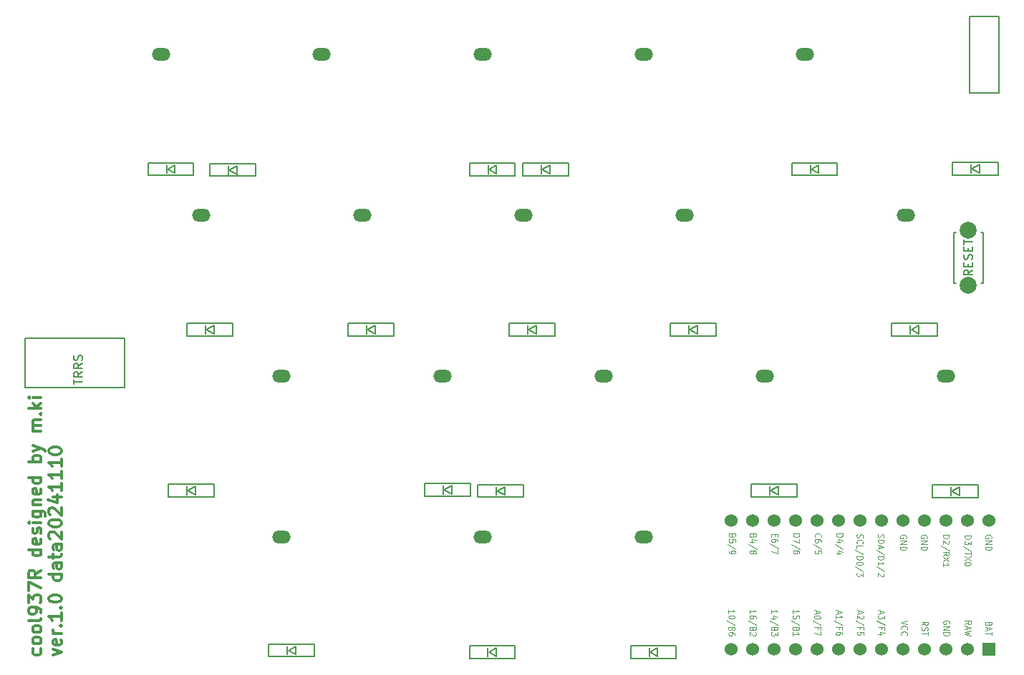
<source format=gbr>
%TF.GenerationSoftware,KiCad,Pcbnew,7.0.8*%
%TF.CreationDate,2024-11-17T17:07:28+09:00*%
%TF.ProjectId,cool937r,636f6f6c-3933-4377-922e-6b696361645f,rev?*%
%TF.SameCoordinates,Original*%
%TF.FileFunction,Legend,Top*%
%TF.FilePolarity,Positive*%
%FSLAX46Y46*%
G04 Gerber Fmt 4.6, Leading zero omitted, Abs format (unit mm)*
G04 Created by KiCad (PCBNEW 7.0.8) date 2024-11-17 17:07:28*
%MOMM*%
%LPD*%
G01*
G04 APERTURE LIST*
%ADD10C,0.300000*%
%ADD11C,0.150000*%
%ADD12C,0.125000*%
%ADD13O,2.200000X1.500000*%
%ADD14C,2.000000*%
%ADD15C,1.524000*%
%ADD16R,1.524000X1.524000*%
G04 APERTURE END LIST*
D10*
X97194400Y-154802632D02*
X97265828Y-154945489D01*
X97265828Y-154945489D02*
X97265828Y-155231203D01*
X97265828Y-155231203D02*
X97194400Y-155374060D01*
X97194400Y-155374060D02*
X97122971Y-155445489D01*
X97122971Y-155445489D02*
X96980114Y-155516917D01*
X96980114Y-155516917D02*
X96551542Y-155516917D01*
X96551542Y-155516917D02*
X96408685Y-155445489D01*
X96408685Y-155445489D02*
X96337257Y-155374060D01*
X96337257Y-155374060D02*
X96265828Y-155231203D01*
X96265828Y-155231203D02*
X96265828Y-154945489D01*
X96265828Y-154945489D02*
X96337257Y-154802632D01*
X97265828Y-153945489D02*
X97194400Y-154088346D01*
X97194400Y-154088346D02*
X97122971Y-154159775D01*
X97122971Y-154159775D02*
X96980114Y-154231203D01*
X96980114Y-154231203D02*
X96551542Y-154231203D01*
X96551542Y-154231203D02*
X96408685Y-154159775D01*
X96408685Y-154159775D02*
X96337257Y-154088346D01*
X96337257Y-154088346D02*
X96265828Y-153945489D01*
X96265828Y-153945489D02*
X96265828Y-153731203D01*
X96265828Y-153731203D02*
X96337257Y-153588346D01*
X96337257Y-153588346D02*
X96408685Y-153516918D01*
X96408685Y-153516918D02*
X96551542Y-153445489D01*
X96551542Y-153445489D02*
X96980114Y-153445489D01*
X96980114Y-153445489D02*
X97122971Y-153516918D01*
X97122971Y-153516918D02*
X97194400Y-153588346D01*
X97194400Y-153588346D02*
X97265828Y-153731203D01*
X97265828Y-153731203D02*
X97265828Y-153945489D01*
X97265828Y-152588346D02*
X97194400Y-152731203D01*
X97194400Y-152731203D02*
X97122971Y-152802632D01*
X97122971Y-152802632D02*
X96980114Y-152874060D01*
X96980114Y-152874060D02*
X96551542Y-152874060D01*
X96551542Y-152874060D02*
X96408685Y-152802632D01*
X96408685Y-152802632D02*
X96337257Y-152731203D01*
X96337257Y-152731203D02*
X96265828Y-152588346D01*
X96265828Y-152588346D02*
X96265828Y-152374060D01*
X96265828Y-152374060D02*
X96337257Y-152231203D01*
X96337257Y-152231203D02*
X96408685Y-152159775D01*
X96408685Y-152159775D02*
X96551542Y-152088346D01*
X96551542Y-152088346D02*
X96980114Y-152088346D01*
X96980114Y-152088346D02*
X97122971Y-152159775D01*
X97122971Y-152159775D02*
X97194400Y-152231203D01*
X97194400Y-152231203D02*
X97265828Y-152374060D01*
X97265828Y-152374060D02*
X97265828Y-152588346D01*
X97265828Y-151231203D02*
X97194400Y-151374060D01*
X97194400Y-151374060D02*
X97051542Y-151445489D01*
X97051542Y-151445489D02*
X95765828Y-151445489D01*
X97265828Y-150588346D02*
X97265828Y-150302632D01*
X97265828Y-150302632D02*
X97194400Y-150159775D01*
X97194400Y-150159775D02*
X97122971Y-150088346D01*
X97122971Y-150088346D02*
X96908685Y-149945489D01*
X96908685Y-149945489D02*
X96622971Y-149874060D01*
X96622971Y-149874060D02*
X96051542Y-149874060D01*
X96051542Y-149874060D02*
X95908685Y-149945489D01*
X95908685Y-149945489D02*
X95837257Y-150016918D01*
X95837257Y-150016918D02*
X95765828Y-150159775D01*
X95765828Y-150159775D02*
X95765828Y-150445489D01*
X95765828Y-150445489D02*
X95837257Y-150588346D01*
X95837257Y-150588346D02*
X95908685Y-150659775D01*
X95908685Y-150659775D02*
X96051542Y-150731203D01*
X96051542Y-150731203D02*
X96408685Y-150731203D01*
X96408685Y-150731203D02*
X96551542Y-150659775D01*
X96551542Y-150659775D02*
X96622971Y-150588346D01*
X96622971Y-150588346D02*
X96694400Y-150445489D01*
X96694400Y-150445489D02*
X96694400Y-150159775D01*
X96694400Y-150159775D02*
X96622971Y-150016918D01*
X96622971Y-150016918D02*
X96551542Y-149945489D01*
X96551542Y-149945489D02*
X96408685Y-149874060D01*
X95765828Y-149374061D02*
X95765828Y-148445489D01*
X95765828Y-148445489D02*
X96337257Y-148945489D01*
X96337257Y-148945489D02*
X96337257Y-148731204D01*
X96337257Y-148731204D02*
X96408685Y-148588347D01*
X96408685Y-148588347D02*
X96480114Y-148516918D01*
X96480114Y-148516918D02*
X96622971Y-148445489D01*
X96622971Y-148445489D02*
X96980114Y-148445489D01*
X96980114Y-148445489D02*
X97122971Y-148516918D01*
X97122971Y-148516918D02*
X97194400Y-148588347D01*
X97194400Y-148588347D02*
X97265828Y-148731204D01*
X97265828Y-148731204D02*
X97265828Y-149159775D01*
X97265828Y-149159775D02*
X97194400Y-149302632D01*
X97194400Y-149302632D02*
X97122971Y-149374061D01*
X95765828Y-147945490D02*
X95765828Y-146945490D01*
X95765828Y-146945490D02*
X97265828Y-147588347D01*
X97265828Y-145516919D02*
X96551542Y-146016919D01*
X97265828Y-146374062D02*
X95765828Y-146374062D01*
X95765828Y-146374062D02*
X95765828Y-145802633D01*
X95765828Y-145802633D02*
X95837257Y-145659776D01*
X95837257Y-145659776D02*
X95908685Y-145588347D01*
X95908685Y-145588347D02*
X96051542Y-145516919D01*
X96051542Y-145516919D02*
X96265828Y-145516919D01*
X96265828Y-145516919D02*
X96408685Y-145588347D01*
X96408685Y-145588347D02*
X96480114Y-145659776D01*
X96480114Y-145659776D02*
X96551542Y-145802633D01*
X96551542Y-145802633D02*
X96551542Y-146374062D01*
X97265828Y-143088348D02*
X95765828Y-143088348D01*
X97194400Y-143088348D02*
X97265828Y-143231205D01*
X97265828Y-143231205D02*
X97265828Y-143516919D01*
X97265828Y-143516919D02*
X97194400Y-143659776D01*
X97194400Y-143659776D02*
X97122971Y-143731205D01*
X97122971Y-143731205D02*
X96980114Y-143802633D01*
X96980114Y-143802633D02*
X96551542Y-143802633D01*
X96551542Y-143802633D02*
X96408685Y-143731205D01*
X96408685Y-143731205D02*
X96337257Y-143659776D01*
X96337257Y-143659776D02*
X96265828Y-143516919D01*
X96265828Y-143516919D02*
X96265828Y-143231205D01*
X96265828Y-143231205D02*
X96337257Y-143088348D01*
X97194400Y-141802633D02*
X97265828Y-141945490D01*
X97265828Y-141945490D02*
X97265828Y-142231205D01*
X97265828Y-142231205D02*
X97194400Y-142374062D01*
X97194400Y-142374062D02*
X97051542Y-142445490D01*
X97051542Y-142445490D02*
X96480114Y-142445490D01*
X96480114Y-142445490D02*
X96337257Y-142374062D01*
X96337257Y-142374062D02*
X96265828Y-142231205D01*
X96265828Y-142231205D02*
X96265828Y-141945490D01*
X96265828Y-141945490D02*
X96337257Y-141802633D01*
X96337257Y-141802633D02*
X96480114Y-141731205D01*
X96480114Y-141731205D02*
X96622971Y-141731205D01*
X96622971Y-141731205D02*
X96765828Y-142445490D01*
X97194400Y-141159776D02*
X97265828Y-141016919D01*
X97265828Y-141016919D02*
X97265828Y-140731205D01*
X97265828Y-140731205D02*
X97194400Y-140588348D01*
X97194400Y-140588348D02*
X97051542Y-140516919D01*
X97051542Y-140516919D02*
X96980114Y-140516919D01*
X96980114Y-140516919D02*
X96837257Y-140588348D01*
X96837257Y-140588348D02*
X96765828Y-140731205D01*
X96765828Y-140731205D02*
X96765828Y-140945491D01*
X96765828Y-140945491D02*
X96694400Y-141088348D01*
X96694400Y-141088348D02*
X96551542Y-141159776D01*
X96551542Y-141159776D02*
X96480114Y-141159776D01*
X96480114Y-141159776D02*
X96337257Y-141088348D01*
X96337257Y-141088348D02*
X96265828Y-140945491D01*
X96265828Y-140945491D02*
X96265828Y-140731205D01*
X96265828Y-140731205D02*
X96337257Y-140588348D01*
X97265828Y-139874062D02*
X96265828Y-139874062D01*
X95765828Y-139874062D02*
X95837257Y-139945490D01*
X95837257Y-139945490D02*
X95908685Y-139874062D01*
X95908685Y-139874062D02*
X95837257Y-139802633D01*
X95837257Y-139802633D02*
X95765828Y-139874062D01*
X95765828Y-139874062D02*
X95908685Y-139874062D01*
X96265828Y-138516919D02*
X97480114Y-138516919D01*
X97480114Y-138516919D02*
X97622971Y-138588347D01*
X97622971Y-138588347D02*
X97694400Y-138659776D01*
X97694400Y-138659776D02*
X97765828Y-138802633D01*
X97765828Y-138802633D02*
X97765828Y-139016919D01*
X97765828Y-139016919D02*
X97694400Y-139159776D01*
X97194400Y-138516919D02*
X97265828Y-138659776D01*
X97265828Y-138659776D02*
X97265828Y-138945490D01*
X97265828Y-138945490D02*
X97194400Y-139088347D01*
X97194400Y-139088347D02*
X97122971Y-139159776D01*
X97122971Y-139159776D02*
X96980114Y-139231204D01*
X96980114Y-139231204D02*
X96551542Y-139231204D01*
X96551542Y-139231204D02*
X96408685Y-139159776D01*
X96408685Y-139159776D02*
X96337257Y-139088347D01*
X96337257Y-139088347D02*
X96265828Y-138945490D01*
X96265828Y-138945490D02*
X96265828Y-138659776D01*
X96265828Y-138659776D02*
X96337257Y-138516919D01*
X96265828Y-137802633D02*
X97265828Y-137802633D01*
X96408685Y-137802633D02*
X96337257Y-137731204D01*
X96337257Y-137731204D02*
X96265828Y-137588347D01*
X96265828Y-137588347D02*
X96265828Y-137374061D01*
X96265828Y-137374061D02*
X96337257Y-137231204D01*
X96337257Y-137231204D02*
X96480114Y-137159776D01*
X96480114Y-137159776D02*
X97265828Y-137159776D01*
X97194400Y-135874061D02*
X97265828Y-136016918D01*
X97265828Y-136016918D02*
X97265828Y-136302633D01*
X97265828Y-136302633D02*
X97194400Y-136445490D01*
X97194400Y-136445490D02*
X97051542Y-136516918D01*
X97051542Y-136516918D02*
X96480114Y-136516918D01*
X96480114Y-136516918D02*
X96337257Y-136445490D01*
X96337257Y-136445490D02*
X96265828Y-136302633D01*
X96265828Y-136302633D02*
X96265828Y-136016918D01*
X96265828Y-136016918D02*
X96337257Y-135874061D01*
X96337257Y-135874061D02*
X96480114Y-135802633D01*
X96480114Y-135802633D02*
X96622971Y-135802633D01*
X96622971Y-135802633D02*
X96765828Y-136516918D01*
X97265828Y-134516919D02*
X95765828Y-134516919D01*
X97194400Y-134516919D02*
X97265828Y-134659776D01*
X97265828Y-134659776D02*
X97265828Y-134945490D01*
X97265828Y-134945490D02*
X97194400Y-135088347D01*
X97194400Y-135088347D02*
X97122971Y-135159776D01*
X97122971Y-135159776D02*
X96980114Y-135231204D01*
X96980114Y-135231204D02*
X96551542Y-135231204D01*
X96551542Y-135231204D02*
X96408685Y-135159776D01*
X96408685Y-135159776D02*
X96337257Y-135088347D01*
X96337257Y-135088347D02*
X96265828Y-134945490D01*
X96265828Y-134945490D02*
X96265828Y-134659776D01*
X96265828Y-134659776D02*
X96337257Y-134516919D01*
X97265828Y-132659776D02*
X95765828Y-132659776D01*
X96337257Y-132659776D02*
X96265828Y-132516919D01*
X96265828Y-132516919D02*
X96265828Y-132231204D01*
X96265828Y-132231204D02*
X96337257Y-132088347D01*
X96337257Y-132088347D02*
X96408685Y-132016919D01*
X96408685Y-132016919D02*
X96551542Y-131945490D01*
X96551542Y-131945490D02*
X96980114Y-131945490D01*
X96980114Y-131945490D02*
X97122971Y-132016919D01*
X97122971Y-132016919D02*
X97194400Y-132088347D01*
X97194400Y-132088347D02*
X97265828Y-132231204D01*
X97265828Y-132231204D02*
X97265828Y-132516919D01*
X97265828Y-132516919D02*
X97194400Y-132659776D01*
X96265828Y-131445490D02*
X97265828Y-131088347D01*
X96265828Y-130731204D02*
X97265828Y-131088347D01*
X97265828Y-131088347D02*
X97622971Y-131231204D01*
X97622971Y-131231204D02*
X97694400Y-131302633D01*
X97694400Y-131302633D02*
X97765828Y-131445490D01*
X97265828Y-129016919D02*
X96265828Y-129016919D01*
X96408685Y-129016919D02*
X96337257Y-128945490D01*
X96337257Y-128945490D02*
X96265828Y-128802633D01*
X96265828Y-128802633D02*
X96265828Y-128588347D01*
X96265828Y-128588347D02*
X96337257Y-128445490D01*
X96337257Y-128445490D02*
X96480114Y-128374062D01*
X96480114Y-128374062D02*
X97265828Y-128374062D01*
X96480114Y-128374062D02*
X96337257Y-128302633D01*
X96337257Y-128302633D02*
X96265828Y-128159776D01*
X96265828Y-128159776D02*
X96265828Y-127945490D01*
X96265828Y-127945490D02*
X96337257Y-127802633D01*
X96337257Y-127802633D02*
X96480114Y-127731204D01*
X96480114Y-127731204D02*
X97265828Y-127731204D01*
X97122971Y-127016919D02*
X97194400Y-126945490D01*
X97194400Y-126945490D02*
X97265828Y-127016919D01*
X97265828Y-127016919D02*
X97194400Y-127088347D01*
X97194400Y-127088347D02*
X97122971Y-127016919D01*
X97122971Y-127016919D02*
X97265828Y-127016919D01*
X97265828Y-126302633D02*
X95765828Y-126302633D01*
X96694400Y-126159776D02*
X97265828Y-125731204D01*
X96265828Y-125731204D02*
X96837257Y-126302633D01*
X97265828Y-125088347D02*
X96265828Y-125088347D01*
X95765828Y-125088347D02*
X95837257Y-125159775D01*
X95837257Y-125159775D02*
X95908685Y-125088347D01*
X95908685Y-125088347D02*
X95837257Y-125016918D01*
X95837257Y-125016918D02*
X95765828Y-125088347D01*
X95765828Y-125088347D02*
X95908685Y-125088347D01*
X98680828Y-155588346D02*
X99680828Y-155231203D01*
X99680828Y-155231203D02*
X98680828Y-154874060D01*
X99609400Y-153731203D02*
X99680828Y-153874060D01*
X99680828Y-153874060D02*
X99680828Y-154159775D01*
X99680828Y-154159775D02*
X99609400Y-154302632D01*
X99609400Y-154302632D02*
X99466542Y-154374060D01*
X99466542Y-154374060D02*
X98895114Y-154374060D01*
X98895114Y-154374060D02*
X98752257Y-154302632D01*
X98752257Y-154302632D02*
X98680828Y-154159775D01*
X98680828Y-154159775D02*
X98680828Y-153874060D01*
X98680828Y-153874060D02*
X98752257Y-153731203D01*
X98752257Y-153731203D02*
X98895114Y-153659775D01*
X98895114Y-153659775D02*
X99037971Y-153659775D01*
X99037971Y-153659775D02*
X99180828Y-154374060D01*
X99680828Y-153016918D02*
X98680828Y-153016918D01*
X98966542Y-153016918D02*
X98823685Y-152945489D01*
X98823685Y-152945489D02*
X98752257Y-152874061D01*
X98752257Y-152874061D02*
X98680828Y-152731203D01*
X98680828Y-152731203D02*
X98680828Y-152588346D01*
X99537971Y-152088347D02*
X99609400Y-152016918D01*
X99609400Y-152016918D02*
X99680828Y-152088347D01*
X99680828Y-152088347D02*
X99609400Y-152159775D01*
X99609400Y-152159775D02*
X99537971Y-152088347D01*
X99537971Y-152088347D02*
X99680828Y-152088347D01*
X99680828Y-150588346D02*
X99680828Y-151445489D01*
X99680828Y-151016918D02*
X98180828Y-151016918D01*
X98180828Y-151016918D02*
X98395114Y-151159775D01*
X98395114Y-151159775D02*
X98537971Y-151302632D01*
X98537971Y-151302632D02*
X98609400Y-151445489D01*
X99537971Y-149945490D02*
X99609400Y-149874061D01*
X99609400Y-149874061D02*
X99680828Y-149945490D01*
X99680828Y-149945490D02*
X99609400Y-150016918D01*
X99609400Y-150016918D02*
X99537971Y-149945490D01*
X99537971Y-149945490D02*
X99680828Y-149945490D01*
X98180828Y-148945489D02*
X98180828Y-148802632D01*
X98180828Y-148802632D02*
X98252257Y-148659775D01*
X98252257Y-148659775D02*
X98323685Y-148588347D01*
X98323685Y-148588347D02*
X98466542Y-148516918D01*
X98466542Y-148516918D02*
X98752257Y-148445489D01*
X98752257Y-148445489D02*
X99109400Y-148445489D01*
X99109400Y-148445489D02*
X99395114Y-148516918D01*
X99395114Y-148516918D02*
X99537971Y-148588347D01*
X99537971Y-148588347D02*
X99609400Y-148659775D01*
X99609400Y-148659775D02*
X99680828Y-148802632D01*
X99680828Y-148802632D02*
X99680828Y-148945489D01*
X99680828Y-148945489D02*
X99609400Y-149088347D01*
X99609400Y-149088347D02*
X99537971Y-149159775D01*
X99537971Y-149159775D02*
X99395114Y-149231204D01*
X99395114Y-149231204D02*
X99109400Y-149302632D01*
X99109400Y-149302632D02*
X98752257Y-149302632D01*
X98752257Y-149302632D02*
X98466542Y-149231204D01*
X98466542Y-149231204D02*
X98323685Y-149159775D01*
X98323685Y-149159775D02*
X98252257Y-149088347D01*
X98252257Y-149088347D02*
X98180828Y-148945489D01*
X99680828Y-146016919D02*
X98180828Y-146016919D01*
X99609400Y-146016919D02*
X99680828Y-146159776D01*
X99680828Y-146159776D02*
X99680828Y-146445490D01*
X99680828Y-146445490D02*
X99609400Y-146588347D01*
X99609400Y-146588347D02*
X99537971Y-146659776D01*
X99537971Y-146659776D02*
X99395114Y-146731204D01*
X99395114Y-146731204D02*
X98966542Y-146731204D01*
X98966542Y-146731204D02*
X98823685Y-146659776D01*
X98823685Y-146659776D02*
X98752257Y-146588347D01*
X98752257Y-146588347D02*
X98680828Y-146445490D01*
X98680828Y-146445490D02*
X98680828Y-146159776D01*
X98680828Y-146159776D02*
X98752257Y-146016919D01*
X99680828Y-144659776D02*
X98895114Y-144659776D01*
X98895114Y-144659776D02*
X98752257Y-144731204D01*
X98752257Y-144731204D02*
X98680828Y-144874061D01*
X98680828Y-144874061D02*
X98680828Y-145159776D01*
X98680828Y-145159776D02*
X98752257Y-145302633D01*
X99609400Y-144659776D02*
X99680828Y-144802633D01*
X99680828Y-144802633D02*
X99680828Y-145159776D01*
X99680828Y-145159776D02*
X99609400Y-145302633D01*
X99609400Y-145302633D02*
X99466542Y-145374061D01*
X99466542Y-145374061D02*
X99323685Y-145374061D01*
X99323685Y-145374061D02*
X99180828Y-145302633D01*
X99180828Y-145302633D02*
X99109400Y-145159776D01*
X99109400Y-145159776D02*
X99109400Y-144802633D01*
X99109400Y-144802633D02*
X99037971Y-144659776D01*
X98680828Y-144159775D02*
X98680828Y-143588347D01*
X98180828Y-143945490D02*
X99466542Y-143945490D01*
X99466542Y-143945490D02*
X99609400Y-143874061D01*
X99609400Y-143874061D02*
X99680828Y-143731204D01*
X99680828Y-143731204D02*
X99680828Y-143588347D01*
X99680828Y-142445490D02*
X98895114Y-142445490D01*
X98895114Y-142445490D02*
X98752257Y-142516918D01*
X98752257Y-142516918D02*
X98680828Y-142659775D01*
X98680828Y-142659775D02*
X98680828Y-142945490D01*
X98680828Y-142945490D02*
X98752257Y-143088347D01*
X99609400Y-142445490D02*
X99680828Y-142588347D01*
X99680828Y-142588347D02*
X99680828Y-142945490D01*
X99680828Y-142945490D02*
X99609400Y-143088347D01*
X99609400Y-143088347D02*
X99466542Y-143159775D01*
X99466542Y-143159775D02*
X99323685Y-143159775D01*
X99323685Y-143159775D02*
X99180828Y-143088347D01*
X99180828Y-143088347D02*
X99109400Y-142945490D01*
X99109400Y-142945490D02*
X99109400Y-142588347D01*
X99109400Y-142588347D02*
X99037971Y-142445490D01*
X98323685Y-141802632D02*
X98252257Y-141731204D01*
X98252257Y-141731204D02*
X98180828Y-141588347D01*
X98180828Y-141588347D02*
X98180828Y-141231204D01*
X98180828Y-141231204D02*
X98252257Y-141088347D01*
X98252257Y-141088347D02*
X98323685Y-141016918D01*
X98323685Y-141016918D02*
X98466542Y-140945489D01*
X98466542Y-140945489D02*
X98609400Y-140945489D01*
X98609400Y-140945489D02*
X98823685Y-141016918D01*
X98823685Y-141016918D02*
X99680828Y-141874061D01*
X99680828Y-141874061D02*
X99680828Y-140945489D01*
X98180828Y-140016918D02*
X98180828Y-139874061D01*
X98180828Y-139874061D02*
X98252257Y-139731204D01*
X98252257Y-139731204D02*
X98323685Y-139659776D01*
X98323685Y-139659776D02*
X98466542Y-139588347D01*
X98466542Y-139588347D02*
X98752257Y-139516918D01*
X98752257Y-139516918D02*
X99109400Y-139516918D01*
X99109400Y-139516918D02*
X99395114Y-139588347D01*
X99395114Y-139588347D02*
X99537971Y-139659776D01*
X99537971Y-139659776D02*
X99609400Y-139731204D01*
X99609400Y-139731204D02*
X99680828Y-139874061D01*
X99680828Y-139874061D02*
X99680828Y-140016918D01*
X99680828Y-140016918D02*
X99609400Y-140159776D01*
X99609400Y-140159776D02*
X99537971Y-140231204D01*
X99537971Y-140231204D02*
X99395114Y-140302633D01*
X99395114Y-140302633D02*
X99109400Y-140374061D01*
X99109400Y-140374061D02*
X98752257Y-140374061D01*
X98752257Y-140374061D02*
X98466542Y-140302633D01*
X98466542Y-140302633D02*
X98323685Y-140231204D01*
X98323685Y-140231204D02*
X98252257Y-140159776D01*
X98252257Y-140159776D02*
X98180828Y-140016918D01*
X98323685Y-138945490D02*
X98252257Y-138874062D01*
X98252257Y-138874062D02*
X98180828Y-138731205D01*
X98180828Y-138731205D02*
X98180828Y-138374062D01*
X98180828Y-138374062D02*
X98252257Y-138231205D01*
X98252257Y-138231205D02*
X98323685Y-138159776D01*
X98323685Y-138159776D02*
X98466542Y-138088347D01*
X98466542Y-138088347D02*
X98609400Y-138088347D01*
X98609400Y-138088347D02*
X98823685Y-138159776D01*
X98823685Y-138159776D02*
X99680828Y-139016919D01*
X99680828Y-139016919D02*
X99680828Y-138088347D01*
X98680828Y-136802634D02*
X99680828Y-136802634D01*
X98109400Y-137159776D02*
X99180828Y-137516919D01*
X99180828Y-137516919D02*
X99180828Y-136588348D01*
X99680828Y-135231205D02*
X99680828Y-136088348D01*
X99680828Y-135659777D02*
X98180828Y-135659777D01*
X98180828Y-135659777D02*
X98395114Y-135802634D01*
X98395114Y-135802634D02*
X98537971Y-135945491D01*
X98537971Y-135945491D02*
X98609400Y-136088348D01*
X99680828Y-133802634D02*
X99680828Y-134659777D01*
X99680828Y-134231206D02*
X98180828Y-134231206D01*
X98180828Y-134231206D02*
X98395114Y-134374063D01*
X98395114Y-134374063D02*
X98537971Y-134516920D01*
X98537971Y-134516920D02*
X98609400Y-134659777D01*
X99680828Y-132374063D02*
X99680828Y-133231206D01*
X99680828Y-132802635D02*
X98180828Y-132802635D01*
X98180828Y-132802635D02*
X98395114Y-132945492D01*
X98395114Y-132945492D02*
X98537971Y-133088349D01*
X98537971Y-133088349D02*
X98609400Y-133231206D01*
X98180828Y-131445492D02*
X98180828Y-131302635D01*
X98180828Y-131302635D02*
X98252257Y-131159778D01*
X98252257Y-131159778D02*
X98323685Y-131088350D01*
X98323685Y-131088350D02*
X98466542Y-131016921D01*
X98466542Y-131016921D02*
X98752257Y-130945492D01*
X98752257Y-130945492D02*
X99109400Y-130945492D01*
X99109400Y-130945492D02*
X99395114Y-131016921D01*
X99395114Y-131016921D02*
X99537971Y-131088350D01*
X99537971Y-131088350D02*
X99609400Y-131159778D01*
X99609400Y-131159778D02*
X99680828Y-131302635D01*
X99680828Y-131302635D02*
X99680828Y-131445492D01*
X99680828Y-131445492D02*
X99609400Y-131588350D01*
X99609400Y-131588350D02*
X99537971Y-131659778D01*
X99537971Y-131659778D02*
X99395114Y-131731207D01*
X99395114Y-131731207D02*
X99109400Y-131802635D01*
X99109400Y-131802635D02*
X98752257Y-131802635D01*
X98752257Y-131802635D02*
X98466542Y-131731207D01*
X98466542Y-131731207D02*
X98323685Y-131659778D01*
X98323685Y-131659778D02*
X98252257Y-131588350D01*
X98252257Y-131588350D02*
X98180828Y-131445492D01*
D11*
X101114819Y-123491904D02*
X101114819Y-122920476D01*
X102114819Y-123206190D02*
X101114819Y-123206190D01*
X102114819Y-122015714D02*
X101638628Y-122349047D01*
X102114819Y-122587142D02*
X101114819Y-122587142D01*
X101114819Y-122587142D02*
X101114819Y-122206190D01*
X101114819Y-122206190D02*
X101162438Y-122110952D01*
X101162438Y-122110952D02*
X101210057Y-122063333D01*
X101210057Y-122063333D02*
X101305295Y-122015714D01*
X101305295Y-122015714D02*
X101448152Y-122015714D01*
X101448152Y-122015714D02*
X101543390Y-122063333D01*
X101543390Y-122063333D02*
X101591009Y-122110952D01*
X101591009Y-122110952D02*
X101638628Y-122206190D01*
X101638628Y-122206190D02*
X101638628Y-122587142D01*
X102114819Y-121015714D02*
X101638628Y-121349047D01*
X102114819Y-121587142D02*
X101114819Y-121587142D01*
X101114819Y-121587142D02*
X101114819Y-121206190D01*
X101114819Y-121206190D02*
X101162438Y-121110952D01*
X101162438Y-121110952D02*
X101210057Y-121063333D01*
X101210057Y-121063333D02*
X101305295Y-121015714D01*
X101305295Y-121015714D02*
X101448152Y-121015714D01*
X101448152Y-121015714D02*
X101543390Y-121063333D01*
X101543390Y-121063333D02*
X101591009Y-121110952D01*
X101591009Y-121110952D02*
X101638628Y-121206190D01*
X101638628Y-121206190D02*
X101638628Y-121587142D01*
X102067200Y-120634761D02*
X102114819Y-120491904D01*
X102114819Y-120491904D02*
X102114819Y-120253809D01*
X102114819Y-120253809D02*
X102067200Y-120158571D01*
X102067200Y-120158571D02*
X102019580Y-120110952D01*
X102019580Y-120110952D02*
X101924342Y-120063333D01*
X101924342Y-120063333D02*
X101829104Y-120063333D01*
X101829104Y-120063333D02*
X101733866Y-120110952D01*
X101733866Y-120110952D02*
X101686247Y-120158571D01*
X101686247Y-120158571D02*
X101638628Y-120253809D01*
X101638628Y-120253809D02*
X101591009Y-120444285D01*
X101591009Y-120444285D02*
X101543390Y-120539523D01*
X101543390Y-120539523D02*
X101495771Y-120587142D01*
X101495771Y-120587142D02*
X101400533Y-120634761D01*
X101400533Y-120634761D02*
X101305295Y-120634761D01*
X101305295Y-120634761D02*
X101210057Y-120587142D01*
X101210057Y-120587142D02*
X101162438Y-120539523D01*
X101162438Y-120539523D02*
X101114819Y-120444285D01*
X101114819Y-120444285D02*
X101114819Y-120206190D01*
X101114819Y-120206190D02*
X101162438Y-120063333D01*
X207364819Y-109972381D02*
X206888628Y-110305714D01*
X207364819Y-110543809D02*
X206364819Y-110543809D01*
X206364819Y-110543809D02*
X206364819Y-110162857D01*
X206364819Y-110162857D02*
X206412438Y-110067619D01*
X206412438Y-110067619D02*
X206460057Y-110020000D01*
X206460057Y-110020000D02*
X206555295Y-109972381D01*
X206555295Y-109972381D02*
X206698152Y-109972381D01*
X206698152Y-109972381D02*
X206793390Y-110020000D01*
X206793390Y-110020000D02*
X206841009Y-110067619D01*
X206841009Y-110067619D02*
X206888628Y-110162857D01*
X206888628Y-110162857D02*
X206888628Y-110543809D01*
X206841009Y-109543809D02*
X206841009Y-109210476D01*
X207364819Y-109067619D02*
X207364819Y-109543809D01*
X207364819Y-109543809D02*
X206364819Y-109543809D01*
X206364819Y-109543809D02*
X206364819Y-109067619D01*
X207317200Y-108686666D02*
X207364819Y-108543809D01*
X207364819Y-108543809D02*
X207364819Y-108305714D01*
X207364819Y-108305714D02*
X207317200Y-108210476D01*
X207317200Y-108210476D02*
X207269580Y-108162857D01*
X207269580Y-108162857D02*
X207174342Y-108115238D01*
X207174342Y-108115238D02*
X207079104Y-108115238D01*
X207079104Y-108115238D02*
X206983866Y-108162857D01*
X206983866Y-108162857D02*
X206936247Y-108210476D01*
X206936247Y-108210476D02*
X206888628Y-108305714D01*
X206888628Y-108305714D02*
X206841009Y-108496190D01*
X206841009Y-108496190D02*
X206793390Y-108591428D01*
X206793390Y-108591428D02*
X206745771Y-108639047D01*
X206745771Y-108639047D02*
X206650533Y-108686666D01*
X206650533Y-108686666D02*
X206555295Y-108686666D01*
X206555295Y-108686666D02*
X206460057Y-108639047D01*
X206460057Y-108639047D02*
X206412438Y-108591428D01*
X206412438Y-108591428D02*
X206364819Y-108496190D01*
X206364819Y-108496190D02*
X206364819Y-108258095D01*
X206364819Y-108258095D02*
X206412438Y-108115238D01*
X206841009Y-107686666D02*
X206841009Y-107353333D01*
X207364819Y-107210476D02*
X207364819Y-107686666D01*
X207364819Y-107686666D02*
X206364819Y-107686666D01*
X206364819Y-107686666D02*
X206364819Y-107210476D01*
X206364819Y-106924761D02*
X206364819Y-106353333D01*
X207364819Y-106639047D02*
X206364819Y-106639047D01*
D12*
X196435821Y-150310686D02*
X196435821Y-150629733D01*
X196221535Y-150246876D02*
X196971535Y-150470209D01*
X196971535Y-150470209D02*
X196221535Y-150693543D01*
X196971535Y-150853067D02*
X196971535Y-151267829D01*
X196971535Y-151267829D02*
X196685821Y-151044495D01*
X196685821Y-151044495D02*
X196685821Y-151140210D01*
X196685821Y-151140210D02*
X196650107Y-151204019D01*
X196650107Y-151204019D02*
X196614392Y-151235924D01*
X196614392Y-151235924D02*
X196542964Y-151267829D01*
X196542964Y-151267829D02*
X196364392Y-151267829D01*
X196364392Y-151267829D02*
X196292964Y-151235924D01*
X196292964Y-151235924D02*
X196257250Y-151204019D01*
X196257250Y-151204019D02*
X196221535Y-151140210D01*
X196221535Y-151140210D02*
X196221535Y-150948781D01*
X196221535Y-150948781D02*
X196257250Y-150884972D01*
X196257250Y-150884972D02*
X196292964Y-150853067D01*
X197007250Y-152033543D02*
X196042964Y-151459257D01*
X196614392Y-152480210D02*
X196614392Y-152256876D01*
X196221535Y-152256876D02*
X196971535Y-152256876D01*
X196971535Y-152256876D02*
X196971535Y-152575924D01*
X196721535Y-153118305D02*
X196221535Y-153118305D01*
X197007250Y-152958781D02*
X196471535Y-152799258D01*
X196471535Y-152799258D02*
X196471535Y-153214019D01*
X191271535Y-141196876D02*
X192021535Y-141196876D01*
X192021535Y-141196876D02*
X192021535Y-141356400D01*
X192021535Y-141356400D02*
X191985821Y-141452114D01*
X191985821Y-141452114D02*
X191914392Y-141515924D01*
X191914392Y-141515924D02*
X191842964Y-141547829D01*
X191842964Y-141547829D02*
X191700107Y-141579733D01*
X191700107Y-141579733D02*
X191592964Y-141579733D01*
X191592964Y-141579733D02*
X191450107Y-141547829D01*
X191450107Y-141547829D02*
X191378678Y-141515924D01*
X191378678Y-141515924D02*
X191307250Y-141452114D01*
X191307250Y-141452114D02*
X191271535Y-141356400D01*
X191271535Y-141356400D02*
X191271535Y-141196876D01*
X191771535Y-142154019D02*
X191271535Y-142154019D01*
X192057250Y-141994495D02*
X191521535Y-141834972D01*
X191521535Y-141834972D02*
X191521535Y-142249733D01*
X192057250Y-142983543D02*
X191092964Y-142409257D01*
X191771535Y-143494019D02*
X191271535Y-143494019D01*
X192057250Y-143334495D02*
X191521535Y-143174972D01*
X191521535Y-143174972D02*
X191521535Y-143589733D01*
X203871535Y-141362828D02*
X204621535Y-141362828D01*
X204621535Y-141362828D02*
X204621535Y-141522352D01*
X204621535Y-141522352D02*
X204585821Y-141618066D01*
X204585821Y-141618066D02*
X204514392Y-141681876D01*
X204514392Y-141681876D02*
X204442964Y-141713781D01*
X204442964Y-141713781D02*
X204300107Y-141745685D01*
X204300107Y-141745685D02*
X204192964Y-141745685D01*
X204192964Y-141745685D02*
X204050107Y-141713781D01*
X204050107Y-141713781D02*
X203978678Y-141681876D01*
X203978678Y-141681876D02*
X203907250Y-141618066D01*
X203907250Y-141618066D02*
X203871535Y-141522352D01*
X203871535Y-141522352D02*
X203871535Y-141362828D01*
X204550107Y-142000924D02*
X204585821Y-142032828D01*
X204585821Y-142032828D02*
X204621535Y-142096638D01*
X204621535Y-142096638D02*
X204621535Y-142256162D01*
X204621535Y-142256162D02*
X204585821Y-142319971D01*
X204585821Y-142319971D02*
X204550107Y-142351876D01*
X204550107Y-142351876D02*
X204478678Y-142383781D01*
X204478678Y-142383781D02*
X204407250Y-142383781D01*
X204407250Y-142383781D02*
X204300107Y-142351876D01*
X204300107Y-142351876D02*
X203871535Y-141969019D01*
X203871535Y-141969019D02*
X203871535Y-142383781D01*
X204657250Y-143149495D02*
X203692964Y-142575209D01*
X203871535Y-143755685D02*
X204228678Y-143532352D01*
X203871535Y-143372828D02*
X204621535Y-143372828D01*
X204621535Y-143372828D02*
X204621535Y-143628066D01*
X204621535Y-143628066D02*
X204585821Y-143691876D01*
X204585821Y-143691876D02*
X204550107Y-143723781D01*
X204550107Y-143723781D02*
X204478678Y-143755685D01*
X204478678Y-143755685D02*
X204371535Y-143755685D01*
X204371535Y-143755685D02*
X204300107Y-143723781D01*
X204300107Y-143723781D02*
X204264392Y-143691876D01*
X204264392Y-143691876D02*
X204228678Y-143628066D01*
X204228678Y-143628066D02*
X204228678Y-143372828D01*
X204621535Y-143979019D02*
X203871535Y-144425685D01*
X204621535Y-144425685D02*
X203871535Y-143979019D01*
X203871535Y-145031876D02*
X203871535Y-144649019D01*
X203871535Y-144840447D02*
X204621535Y-144840447D01*
X204621535Y-144840447D02*
X204514392Y-144776638D01*
X204514392Y-144776638D02*
X204442964Y-144712828D01*
X204442964Y-144712828D02*
X204407250Y-144649019D01*
X204635821Y-151855924D02*
X204671535Y-151792114D01*
X204671535Y-151792114D02*
X204671535Y-151696400D01*
X204671535Y-151696400D02*
X204635821Y-151600686D01*
X204635821Y-151600686D02*
X204564392Y-151536876D01*
X204564392Y-151536876D02*
X204492964Y-151504971D01*
X204492964Y-151504971D02*
X204350107Y-151473067D01*
X204350107Y-151473067D02*
X204242964Y-151473067D01*
X204242964Y-151473067D02*
X204100107Y-151504971D01*
X204100107Y-151504971D02*
X204028678Y-151536876D01*
X204028678Y-151536876D02*
X203957250Y-151600686D01*
X203957250Y-151600686D02*
X203921535Y-151696400D01*
X203921535Y-151696400D02*
X203921535Y-151760209D01*
X203921535Y-151760209D02*
X203957250Y-151855924D01*
X203957250Y-151855924D02*
X203992964Y-151887828D01*
X203992964Y-151887828D02*
X204242964Y-151887828D01*
X204242964Y-151887828D02*
X204242964Y-151760209D01*
X203921535Y-152174971D02*
X204671535Y-152174971D01*
X204671535Y-152174971D02*
X203921535Y-152557828D01*
X203921535Y-152557828D02*
X204671535Y-152557828D01*
X203921535Y-152876876D02*
X204671535Y-152876876D01*
X204671535Y-152876876D02*
X204671535Y-153036400D01*
X204671535Y-153036400D02*
X204635821Y-153132114D01*
X204635821Y-153132114D02*
X204564392Y-153195924D01*
X204564392Y-153195924D02*
X204492964Y-153227829D01*
X204492964Y-153227829D02*
X204350107Y-153259733D01*
X204350107Y-153259733D02*
X204242964Y-153259733D01*
X204242964Y-153259733D02*
X204100107Y-153227829D01*
X204100107Y-153227829D02*
X204028678Y-153195924D01*
X204028678Y-153195924D02*
X203957250Y-153132114D01*
X203957250Y-153132114D02*
X203921535Y-153036400D01*
X203921535Y-153036400D02*
X203921535Y-152876876D01*
X184014392Y-141228781D02*
X184014392Y-141452115D01*
X183621535Y-141547829D02*
X183621535Y-141228781D01*
X183621535Y-141228781D02*
X184371535Y-141228781D01*
X184371535Y-141228781D02*
X184371535Y-141547829D01*
X184371535Y-142122114D02*
X184371535Y-141994495D01*
X184371535Y-141994495D02*
X184335821Y-141930686D01*
X184335821Y-141930686D02*
X184300107Y-141898781D01*
X184300107Y-141898781D02*
X184192964Y-141834971D01*
X184192964Y-141834971D02*
X184050107Y-141803067D01*
X184050107Y-141803067D02*
X183764392Y-141803067D01*
X183764392Y-141803067D02*
X183692964Y-141834971D01*
X183692964Y-141834971D02*
X183657250Y-141866876D01*
X183657250Y-141866876D02*
X183621535Y-141930686D01*
X183621535Y-141930686D02*
X183621535Y-142058305D01*
X183621535Y-142058305D02*
X183657250Y-142122114D01*
X183657250Y-142122114D02*
X183692964Y-142154019D01*
X183692964Y-142154019D02*
X183764392Y-142185924D01*
X183764392Y-142185924D02*
X183942964Y-142185924D01*
X183942964Y-142185924D02*
X184014392Y-142154019D01*
X184014392Y-142154019D02*
X184050107Y-142122114D01*
X184050107Y-142122114D02*
X184085821Y-142058305D01*
X184085821Y-142058305D02*
X184085821Y-141930686D01*
X184085821Y-141930686D02*
X184050107Y-141866876D01*
X184050107Y-141866876D02*
X184014392Y-141834971D01*
X184014392Y-141834971D02*
X183942964Y-141803067D01*
X184407250Y-142951638D02*
X183442964Y-142377352D01*
X184371535Y-143111162D02*
X184371535Y-143557828D01*
X184371535Y-143557828D02*
X183621535Y-143270686D01*
X188792964Y-141579733D02*
X188757250Y-141547829D01*
X188757250Y-141547829D02*
X188721535Y-141452114D01*
X188721535Y-141452114D02*
X188721535Y-141388305D01*
X188721535Y-141388305D02*
X188757250Y-141292591D01*
X188757250Y-141292591D02*
X188828678Y-141228781D01*
X188828678Y-141228781D02*
X188900107Y-141196876D01*
X188900107Y-141196876D02*
X189042964Y-141164972D01*
X189042964Y-141164972D02*
X189150107Y-141164972D01*
X189150107Y-141164972D02*
X189292964Y-141196876D01*
X189292964Y-141196876D02*
X189364392Y-141228781D01*
X189364392Y-141228781D02*
X189435821Y-141292591D01*
X189435821Y-141292591D02*
X189471535Y-141388305D01*
X189471535Y-141388305D02*
X189471535Y-141452114D01*
X189471535Y-141452114D02*
X189435821Y-141547829D01*
X189435821Y-141547829D02*
X189400107Y-141579733D01*
X189471535Y-142154019D02*
X189471535Y-142026400D01*
X189471535Y-142026400D02*
X189435821Y-141962591D01*
X189435821Y-141962591D02*
X189400107Y-141930686D01*
X189400107Y-141930686D02*
X189292964Y-141866876D01*
X189292964Y-141866876D02*
X189150107Y-141834972D01*
X189150107Y-141834972D02*
X188864392Y-141834972D01*
X188864392Y-141834972D02*
X188792964Y-141866876D01*
X188792964Y-141866876D02*
X188757250Y-141898781D01*
X188757250Y-141898781D02*
X188721535Y-141962591D01*
X188721535Y-141962591D02*
X188721535Y-142090210D01*
X188721535Y-142090210D02*
X188757250Y-142154019D01*
X188757250Y-142154019D02*
X188792964Y-142185924D01*
X188792964Y-142185924D02*
X188864392Y-142217829D01*
X188864392Y-142217829D02*
X189042964Y-142217829D01*
X189042964Y-142217829D02*
X189114392Y-142185924D01*
X189114392Y-142185924D02*
X189150107Y-142154019D01*
X189150107Y-142154019D02*
X189185821Y-142090210D01*
X189185821Y-142090210D02*
X189185821Y-141962591D01*
X189185821Y-141962591D02*
X189150107Y-141898781D01*
X189150107Y-141898781D02*
X189114392Y-141866876D01*
X189114392Y-141866876D02*
X189042964Y-141834972D01*
X189507250Y-142983543D02*
X188542964Y-142409257D01*
X189471535Y-143525924D02*
X189471535Y-143206876D01*
X189471535Y-143206876D02*
X189114392Y-143174972D01*
X189114392Y-143174972D02*
X189150107Y-143206876D01*
X189150107Y-143206876D02*
X189185821Y-143270686D01*
X189185821Y-143270686D02*
X189185821Y-143430210D01*
X189185821Y-143430210D02*
X189150107Y-143494019D01*
X189150107Y-143494019D02*
X189114392Y-143525924D01*
X189114392Y-143525924D02*
X189042964Y-143557829D01*
X189042964Y-143557829D02*
X188864392Y-143557829D01*
X188864392Y-143557829D02*
X188792964Y-143525924D01*
X188792964Y-143525924D02*
X188757250Y-143494019D01*
X188757250Y-143494019D02*
X188721535Y-143430210D01*
X188721535Y-143430210D02*
X188721535Y-143270686D01*
X188721535Y-143270686D02*
X188757250Y-143206876D01*
X188757250Y-143206876D02*
X188792964Y-143174972D01*
X209605821Y-141715924D02*
X209641535Y-141652114D01*
X209641535Y-141652114D02*
X209641535Y-141556400D01*
X209641535Y-141556400D02*
X209605821Y-141460686D01*
X209605821Y-141460686D02*
X209534392Y-141396876D01*
X209534392Y-141396876D02*
X209462964Y-141364971D01*
X209462964Y-141364971D02*
X209320107Y-141333067D01*
X209320107Y-141333067D02*
X209212964Y-141333067D01*
X209212964Y-141333067D02*
X209070107Y-141364971D01*
X209070107Y-141364971D02*
X208998678Y-141396876D01*
X208998678Y-141396876D02*
X208927250Y-141460686D01*
X208927250Y-141460686D02*
X208891535Y-141556400D01*
X208891535Y-141556400D02*
X208891535Y-141620209D01*
X208891535Y-141620209D02*
X208927250Y-141715924D01*
X208927250Y-141715924D02*
X208962964Y-141747828D01*
X208962964Y-141747828D02*
X209212964Y-141747828D01*
X209212964Y-141747828D02*
X209212964Y-141620209D01*
X208891535Y-142034971D02*
X209641535Y-142034971D01*
X209641535Y-142034971D02*
X208891535Y-142417828D01*
X208891535Y-142417828D02*
X209641535Y-142417828D01*
X208891535Y-142736876D02*
X209641535Y-142736876D01*
X209641535Y-142736876D02*
X209641535Y-142896400D01*
X209641535Y-142896400D02*
X209605821Y-142992114D01*
X209605821Y-142992114D02*
X209534392Y-143055924D01*
X209534392Y-143055924D02*
X209462964Y-143087829D01*
X209462964Y-143087829D02*
X209320107Y-143119733D01*
X209320107Y-143119733D02*
X209212964Y-143119733D01*
X209212964Y-143119733D02*
X209070107Y-143087829D01*
X209070107Y-143087829D02*
X208998678Y-143055924D01*
X208998678Y-143055924D02*
X208927250Y-142992114D01*
X208927250Y-142992114D02*
X208891535Y-142896400D01*
X208891535Y-142896400D02*
X208891535Y-142736876D01*
X193707250Y-141278781D02*
X193671535Y-141374495D01*
X193671535Y-141374495D02*
X193671535Y-141534019D01*
X193671535Y-141534019D02*
X193707250Y-141597828D01*
X193707250Y-141597828D02*
X193742964Y-141629733D01*
X193742964Y-141629733D02*
X193814392Y-141661638D01*
X193814392Y-141661638D02*
X193885821Y-141661638D01*
X193885821Y-141661638D02*
X193957250Y-141629733D01*
X193957250Y-141629733D02*
X193992964Y-141597828D01*
X193992964Y-141597828D02*
X194028678Y-141534019D01*
X194028678Y-141534019D02*
X194064392Y-141406400D01*
X194064392Y-141406400D02*
X194100107Y-141342590D01*
X194100107Y-141342590D02*
X194135821Y-141310685D01*
X194135821Y-141310685D02*
X194207250Y-141278781D01*
X194207250Y-141278781D02*
X194278678Y-141278781D01*
X194278678Y-141278781D02*
X194350107Y-141310685D01*
X194350107Y-141310685D02*
X194385821Y-141342590D01*
X194385821Y-141342590D02*
X194421535Y-141406400D01*
X194421535Y-141406400D02*
X194421535Y-141565923D01*
X194421535Y-141565923D02*
X194385821Y-141661638D01*
X193742964Y-142331637D02*
X193707250Y-142299733D01*
X193707250Y-142299733D02*
X193671535Y-142204018D01*
X193671535Y-142204018D02*
X193671535Y-142140209D01*
X193671535Y-142140209D02*
X193707250Y-142044495D01*
X193707250Y-142044495D02*
X193778678Y-141980685D01*
X193778678Y-141980685D02*
X193850107Y-141948780D01*
X193850107Y-141948780D02*
X193992964Y-141916876D01*
X193992964Y-141916876D02*
X194100107Y-141916876D01*
X194100107Y-141916876D02*
X194242964Y-141948780D01*
X194242964Y-141948780D02*
X194314392Y-141980685D01*
X194314392Y-141980685D02*
X194385821Y-142044495D01*
X194385821Y-142044495D02*
X194421535Y-142140209D01*
X194421535Y-142140209D02*
X194421535Y-142204018D01*
X194421535Y-142204018D02*
X194385821Y-142299733D01*
X194385821Y-142299733D02*
X194350107Y-142331637D01*
X193671535Y-142937828D02*
X193671535Y-142618780D01*
X193671535Y-142618780D02*
X194421535Y-142618780D01*
X194457250Y-143639733D02*
X193492964Y-143065447D01*
X193671535Y-143863066D02*
X194421535Y-143863066D01*
X194421535Y-143863066D02*
X194421535Y-144022590D01*
X194421535Y-144022590D02*
X194385821Y-144118304D01*
X194385821Y-144118304D02*
X194314392Y-144182114D01*
X194314392Y-144182114D02*
X194242964Y-144214019D01*
X194242964Y-144214019D02*
X194100107Y-144245923D01*
X194100107Y-144245923D02*
X193992964Y-144245923D01*
X193992964Y-144245923D02*
X193850107Y-144214019D01*
X193850107Y-144214019D02*
X193778678Y-144182114D01*
X193778678Y-144182114D02*
X193707250Y-144118304D01*
X193707250Y-144118304D02*
X193671535Y-144022590D01*
X193671535Y-144022590D02*
X193671535Y-143863066D01*
X194421535Y-144660685D02*
X194421535Y-144724495D01*
X194421535Y-144724495D02*
X194385821Y-144788304D01*
X194385821Y-144788304D02*
X194350107Y-144820209D01*
X194350107Y-144820209D02*
X194278678Y-144852114D01*
X194278678Y-144852114D02*
X194135821Y-144884019D01*
X194135821Y-144884019D02*
X193957250Y-144884019D01*
X193957250Y-144884019D02*
X193814392Y-144852114D01*
X193814392Y-144852114D02*
X193742964Y-144820209D01*
X193742964Y-144820209D02*
X193707250Y-144788304D01*
X193707250Y-144788304D02*
X193671535Y-144724495D01*
X193671535Y-144724495D02*
X193671535Y-144660685D01*
X193671535Y-144660685D02*
X193707250Y-144596876D01*
X193707250Y-144596876D02*
X193742964Y-144564971D01*
X193742964Y-144564971D02*
X193814392Y-144533066D01*
X193814392Y-144533066D02*
X193957250Y-144501162D01*
X193957250Y-144501162D02*
X194135821Y-144501162D01*
X194135821Y-144501162D02*
X194278678Y-144533066D01*
X194278678Y-144533066D02*
X194350107Y-144564971D01*
X194350107Y-144564971D02*
X194385821Y-144596876D01*
X194385821Y-144596876D02*
X194421535Y-144660685D01*
X194457250Y-145649733D02*
X193492964Y-145075447D01*
X194421535Y-145809257D02*
X194421535Y-146224019D01*
X194421535Y-146224019D02*
X194135821Y-146000685D01*
X194135821Y-146000685D02*
X194135821Y-146096400D01*
X194135821Y-146096400D02*
X194100107Y-146160209D01*
X194100107Y-146160209D02*
X194064392Y-146192114D01*
X194064392Y-146192114D02*
X193992964Y-146224019D01*
X193992964Y-146224019D02*
X193814392Y-146224019D01*
X193814392Y-146224019D02*
X193742964Y-146192114D01*
X193742964Y-146192114D02*
X193707250Y-146160209D01*
X193707250Y-146160209D02*
X193671535Y-146096400D01*
X193671535Y-146096400D02*
X193671535Y-145904971D01*
X193671535Y-145904971D02*
X193707250Y-145841162D01*
X193707250Y-145841162D02*
X193742964Y-145809257D01*
X199535821Y-141715924D02*
X199571535Y-141652114D01*
X199571535Y-141652114D02*
X199571535Y-141556400D01*
X199571535Y-141556400D02*
X199535821Y-141460686D01*
X199535821Y-141460686D02*
X199464392Y-141396876D01*
X199464392Y-141396876D02*
X199392964Y-141364971D01*
X199392964Y-141364971D02*
X199250107Y-141333067D01*
X199250107Y-141333067D02*
X199142964Y-141333067D01*
X199142964Y-141333067D02*
X199000107Y-141364971D01*
X199000107Y-141364971D02*
X198928678Y-141396876D01*
X198928678Y-141396876D02*
X198857250Y-141460686D01*
X198857250Y-141460686D02*
X198821535Y-141556400D01*
X198821535Y-141556400D02*
X198821535Y-141620209D01*
X198821535Y-141620209D02*
X198857250Y-141715924D01*
X198857250Y-141715924D02*
X198892964Y-141747828D01*
X198892964Y-141747828D02*
X199142964Y-141747828D01*
X199142964Y-141747828D02*
X199142964Y-141620209D01*
X198821535Y-142034971D02*
X199571535Y-142034971D01*
X199571535Y-142034971D02*
X198821535Y-142417828D01*
X198821535Y-142417828D02*
X199571535Y-142417828D01*
X198821535Y-142736876D02*
X199571535Y-142736876D01*
X199571535Y-142736876D02*
X199571535Y-142896400D01*
X199571535Y-142896400D02*
X199535821Y-142992114D01*
X199535821Y-142992114D02*
X199464392Y-143055924D01*
X199464392Y-143055924D02*
X199392964Y-143087829D01*
X199392964Y-143087829D02*
X199250107Y-143119733D01*
X199250107Y-143119733D02*
X199142964Y-143119733D01*
X199142964Y-143119733D02*
X199000107Y-143087829D01*
X199000107Y-143087829D02*
X198928678Y-143055924D01*
X198928678Y-143055924D02*
X198857250Y-142992114D01*
X198857250Y-142992114D02*
X198821535Y-142896400D01*
X198821535Y-142896400D02*
X198821535Y-142736876D01*
X186121535Y-150613781D02*
X186121535Y-150230924D01*
X186121535Y-150422352D02*
X186871535Y-150422352D01*
X186871535Y-150422352D02*
X186764392Y-150358543D01*
X186764392Y-150358543D02*
X186692964Y-150294733D01*
X186692964Y-150294733D02*
X186657250Y-150230924D01*
X186871535Y-151219971D02*
X186871535Y-150900923D01*
X186871535Y-150900923D02*
X186514392Y-150869019D01*
X186514392Y-150869019D02*
X186550107Y-150900923D01*
X186550107Y-150900923D02*
X186585821Y-150964733D01*
X186585821Y-150964733D02*
X186585821Y-151124257D01*
X186585821Y-151124257D02*
X186550107Y-151188066D01*
X186550107Y-151188066D02*
X186514392Y-151219971D01*
X186514392Y-151219971D02*
X186442964Y-151251876D01*
X186442964Y-151251876D02*
X186264392Y-151251876D01*
X186264392Y-151251876D02*
X186192964Y-151219971D01*
X186192964Y-151219971D02*
X186157250Y-151188066D01*
X186157250Y-151188066D02*
X186121535Y-151124257D01*
X186121535Y-151124257D02*
X186121535Y-150964733D01*
X186121535Y-150964733D02*
X186157250Y-150900923D01*
X186157250Y-150900923D02*
X186192964Y-150869019D01*
X186907250Y-152017590D02*
X185942964Y-151443304D01*
X186514392Y-152464257D02*
X186478678Y-152559971D01*
X186478678Y-152559971D02*
X186442964Y-152591876D01*
X186442964Y-152591876D02*
X186371535Y-152623780D01*
X186371535Y-152623780D02*
X186264392Y-152623780D01*
X186264392Y-152623780D02*
X186192964Y-152591876D01*
X186192964Y-152591876D02*
X186157250Y-152559971D01*
X186157250Y-152559971D02*
X186121535Y-152496161D01*
X186121535Y-152496161D02*
X186121535Y-152240923D01*
X186121535Y-152240923D02*
X186871535Y-152240923D01*
X186871535Y-152240923D02*
X186871535Y-152464257D01*
X186871535Y-152464257D02*
X186835821Y-152528066D01*
X186835821Y-152528066D02*
X186800107Y-152559971D01*
X186800107Y-152559971D02*
X186728678Y-152591876D01*
X186728678Y-152591876D02*
X186657250Y-152591876D01*
X186657250Y-152591876D02*
X186585821Y-152559971D01*
X186585821Y-152559971D02*
X186550107Y-152528066D01*
X186550107Y-152528066D02*
X186514392Y-152464257D01*
X186514392Y-152464257D02*
X186514392Y-152240923D01*
X186121535Y-153261876D02*
X186121535Y-152879019D01*
X186121535Y-153070447D02*
X186871535Y-153070447D01*
X186871535Y-153070447D02*
X186764392Y-153006638D01*
X186764392Y-153006638D02*
X186692964Y-152942828D01*
X186692964Y-152942828D02*
X186657250Y-152879019D01*
X201985821Y-141715924D02*
X202021535Y-141652114D01*
X202021535Y-141652114D02*
X202021535Y-141556400D01*
X202021535Y-141556400D02*
X201985821Y-141460686D01*
X201985821Y-141460686D02*
X201914392Y-141396876D01*
X201914392Y-141396876D02*
X201842964Y-141364971D01*
X201842964Y-141364971D02*
X201700107Y-141333067D01*
X201700107Y-141333067D02*
X201592964Y-141333067D01*
X201592964Y-141333067D02*
X201450107Y-141364971D01*
X201450107Y-141364971D02*
X201378678Y-141396876D01*
X201378678Y-141396876D02*
X201307250Y-141460686D01*
X201307250Y-141460686D02*
X201271535Y-141556400D01*
X201271535Y-141556400D02*
X201271535Y-141620209D01*
X201271535Y-141620209D02*
X201307250Y-141715924D01*
X201307250Y-141715924D02*
X201342964Y-141747828D01*
X201342964Y-141747828D02*
X201592964Y-141747828D01*
X201592964Y-141747828D02*
X201592964Y-141620209D01*
X201271535Y-142034971D02*
X202021535Y-142034971D01*
X202021535Y-142034971D02*
X201271535Y-142417828D01*
X201271535Y-142417828D02*
X202021535Y-142417828D01*
X201271535Y-142736876D02*
X202021535Y-142736876D01*
X202021535Y-142736876D02*
X202021535Y-142896400D01*
X202021535Y-142896400D02*
X201985821Y-142992114D01*
X201985821Y-142992114D02*
X201914392Y-143055924D01*
X201914392Y-143055924D02*
X201842964Y-143087829D01*
X201842964Y-143087829D02*
X201700107Y-143119733D01*
X201700107Y-143119733D02*
X201592964Y-143119733D01*
X201592964Y-143119733D02*
X201450107Y-143087829D01*
X201450107Y-143087829D02*
X201378678Y-143055924D01*
X201378678Y-143055924D02*
X201307250Y-142992114D01*
X201307250Y-142992114D02*
X201271535Y-142896400D01*
X201271535Y-142896400D02*
X201271535Y-142736876D01*
X181021535Y-150613781D02*
X181021535Y-150230924D01*
X181021535Y-150422352D02*
X181771535Y-150422352D01*
X181771535Y-150422352D02*
X181664392Y-150358543D01*
X181664392Y-150358543D02*
X181592964Y-150294733D01*
X181592964Y-150294733D02*
X181557250Y-150230924D01*
X181771535Y-151188066D02*
X181771535Y-151060447D01*
X181771535Y-151060447D02*
X181735821Y-150996638D01*
X181735821Y-150996638D02*
X181700107Y-150964733D01*
X181700107Y-150964733D02*
X181592964Y-150900923D01*
X181592964Y-150900923D02*
X181450107Y-150869019D01*
X181450107Y-150869019D02*
X181164392Y-150869019D01*
X181164392Y-150869019D02*
X181092964Y-150900923D01*
X181092964Y-150900923D02*
X181057250Y-150932828D01*
X181057250Y-150932828D02*
X181021535Y-150996638D01*
X181021535Y-150996638D02*
X181021535Y-151124257D01*
X181021535Y-151124257D02*
X181057250Y-151188066D01*
X181057250Y-151188066D02*
X181092964Y-151219971D01*
X181092964Y-151219971D02*
X181164392Y-151251876D01*
X181164392Y-151251876D02*
X181342964Y-151251876D01*
X181342964Y-151251876D02*
X181414392Y-151219971D01*
X181414392Y-151219971D02*
X181450107Y-151188066D01*
X181450107Y-151188066D02*
X181485821Y-151124257D01*
X181485821Y-151124257D02*
X181485821Y-150996638D01*
X181485821Y-150996638D02*
X181450107Y-150932828D01*
X181450107Y-150932828D02*
X181414392Y-150900923D01*
X181414392Y-150900923D02*
X181342964Y-150869019D01*
X181807250Y-152017590D02*
X180842964Y-151443304D01*
X181414392Y-152464257D02*
X181378678Y-152559971D01*
X181378678Y-152559971D02*
X181342964Y-152591876D01*
X181342964Y-152591876D02*
X181271535Y-152623780D01*
X181271535Y-152623780D02*
X181164392Y-152623780D01*
X181164392Y-152623780D02*
X181092964Y-152591876D01*
X181092964Y-152591876D02*
X181057250Y-152559971D01*
X181057250Y-152559971D02*
X181021535Y-152496161D01*
X181021535Y-152496161D02*
X181021535Y-152240923D01*
X181021535Y-152240923D02*
X181771535Y-152240923D01*
X181771535Y-152240923D02*
X181771535Y-152464257D01*
X181771535Y-152464257D02*
X181735821Y-152528066D01*
X181735821Y-152528066D02*
X181700107Y-152559971D01*
X181700107Y-152559971D02*
X181628678Y-152591876D01*
X181628678Y-152591876D02*
X181557250Y-152591876D01*
X181557250Y-152591876D02*
X181485821Y-152559971D01*
X181485821Y-152559971D02*
X181450107Y-152528066D01*
X181450107Y-152528066D02*
X181414392Y-152464257D01*
X181414392Y-152464257D02*
X181414392Y-152240923D01*
X181700107Y-152879019D02*
X181735821Y-152910923D01*
X181735821Y-152910923D02*
X181771535Y-152974733D01*
X181771535Y-152974733D02*
X181771535Y-153134257D01*
X181771535Y-153134257D02*
X181735821Y-153198066D01*
X181735821Y-153198066D02*
X181700107Y-153229971D01*
X181700107Y-153229971D02*
X181628678Y-153261876D01*
X181628678Y-153261876D02*
X181557250Y-153261876D01*
X181557250Y-153261876D02*
X181450107Y-153229971D01*
X181450107Y-153229971D02*
X181021535Y-152847114D01*
X181021535Y-152847114D02*
X181021535Y-153261876D01*
X183571535Y-150613781D02*
X183571535Y-150230924D01*
X183571535Y-150422352D02*
X184321535Y-150422352D01*
X184321535Y-150422352D02*
X184214392Y-150358543D01*
X184214392Y-150358543D02*
X184142964Y-150294733D01*
X184142964Y-150294733D02*
X184107250Y-150230924D01*
X184071535Y-151188066D02*
X183571535Y-151188066D01*
X184357250Y-151028542D02*
X183821535Y-150869019D01*
X183821535Y-150869019D02*
X183821535Y-151283780D01*
X184357250Y-152017590D02*
X183392964Y-151443304D01*
X183964392Y-152464257D02*
X183928678Y-152559971D01*
X183928678Y-152559971D02*
X183892964Y-152591876D01*
X183892964Y-152591876D02*
X183821535Y-152623780D01*
X183821535Y-152623780D02*
X183714392Y-152623780D01*
X183714392Y-152623780D02*
X183642964Y-152591876D01*
X183642964Y-152591876D02*
X183607250Y-152559971D01*
X183607250Y-152559971D02*
X183571535Y-152496161D01*
X183571535Y-152496161D02*
X183571535Y-152240923D01*
X183571535Y-152240923D02*
X184321535Y-152240923D01*
X184321535Y-152240923D02*
X184321535Y-152464257D01*
X184321535Y-152464257D02*
X184285821Y-152528066D01*
X184285821Y-152528066D02*
X184250107Y-152559971D01*
X184250107Y-152559971D02*
X184178678Y-152591876D01*
X184178678Y-152591876D02*
X184107250Y-152591876D01*
X184107250Y-152591876D02*
X184035821Y-152559971D01*
X184035821Y-152559971D02*
X184000107Y-152528066D01*
X184000107Y-152528066D02*
X183964392Y-152464257D01*
X183964392Y-152464257D02*
X183964392Y-152240923D01*
X184321535Y-152847114D02*
X184321535Y-153261876D01*
X184321535Y-153261876D02*
X184035821Y-153038542D01*
X184035821Y-153038542D02*
X184035821Y-153134257D01*
X184035821Y-153134257D02*
X184000107Y-153198066D01*
X184000107Y-153198066D02*
X183964392Y-153229971D01*
X183964392Y-153229971D02*
X183892964Y-153261876D01*
X183892964Y-153261876D02*
X183714392Y-153261876D01*
X183714392Y-153261876D02*
X183642964Y-153229971D01*
X183642964Y-153229971D02*
X183607250Y-153198066D01*
X183607250Y-153198066D02*
X183571535Y-153134257D01*
X183571535Y-153134257D02*
X183571535Y-152942828D01*
X183571535Y-152942828D02*
X183607250Y-152879019D01*
X183607250Y-152879019D02*
X183642964Y-152847114D01*
X199671535Y-151473066D02*
X198921535Y-151696399D01*
X198921535Y-151696399D02*
X199671535Y-151919733D01*
X198992964Y-152525923D02*
X198957250Y-152494019D01*
X198957250Y-152494019D02*
X198921535Y-152398304D01*
X198921535Y-152398304D02*
X198921535Y-152334495D01*
X198921535Y-152334495D02*
X198957250Y-152238781D01*
X198957250Y-152238781D02*
X199028678Y-152174971D01*
X199028678Y-152174971D02*
X199100107Y-152143066D01*
X199100107Y-152143066D02*
X199242964Y-152111162D01*
X199242964Y-152111162D02*
X199350107Y-152111162D01*
X199350107Y-152111162D02*
X199492964Y-152143066D01*
X199492964Y-152143066D02*
X199564392Y-152174971D01*
X199564392Y-152174971D02*
X199635821Y-152238781D01*
X199635821Y-152238781D02*
X199671535Y-152334495D01*
X199671535Y-152334495D02*
X199671535Y-152398304D01*
X199671535Y-152398304D02*
X199635821Y-152494019D01*
X199635821Y-152494019D02*
X199600107Y-152525923D01*
X198992964Y-153195923D02*
X198957250Y-153164019D01*
X198957250Y-153164019D02*
X198921535Y-153068304D01*
X198921535Y-153068304D02*
X198921535Y-153004495D01*
X198921535Y-153004495D02*
X198957250Y-152908781D01*
X198957250Y-152908781D02*
X199028678Y-152844971D01*
X199028678Y-152844971D02*
X199100107Y-152813066D01*
X199100107Y-152813066D02*
X199242964Y-152781162D01*
X199242964Y-152781162D02*
X199350107Y-152781162D01*
X199350107Y-152781162D02*
X199492964Y-152813066D01*
X199492964Y-152813066D02*
X199564392Y-152844971D01*
X199564392Y-152844971D02*
X199635821Y-152908781D01*
X199635821Y-152908781D02*
X199671535Y-153004495D01*
X199671535Y-153004495D02*
X199671535Y-153068304D01*
X199671535Y-153068304D02*
X199635821Y-153164019D01*
X199635821Y-153164019D02*
X199600107Y-153195923D01*
X191435821Y-150310686D02*
X191435821Y-150629733D01*
X191221535Y-150246876D02*
X191971535Y-150470209D01*
X191971535Y-150470209D02*
X191221535Y-150693543D01*
X191221535Y-151267829D02*
X191221535Y-150884972D01*
X191221535Y-151076400D02*
X191971535Y-151076400D01*
X191971535Y-151076400D02*
X191864392Y-151012591D01*
X191864392Y-151012591D02*
X191792964Y-150948781D01*
X191792964Y-150948781D02*
X191757250Y-150884972D01*
X192007250Y-152033543D02*
X191042964Y-151459257D01*
X191614392Y-152480210D02*
X191614392Y-152256876D01*
X191221535Y-152256876D02*
X191971535Y-152256876D01*
X191971535Y-152256876D02*
X191971535Y-152575924D01*
X191971535Y-153118305D02*
X191971535Y-152990686D01*
X191971535Y-152990686D02*
X191935821Y-152926877D01*
X191935821Y-152926877D02*
X191900107Y-152894972D01*
X191900107Y-152894972D02*
X191792964Y-152831162D01*
X191792964Y-152831162D02*
X191650107Y-152799258D01*
X191650107Y-152799258D02*
X191364392Y-152799258D01*
X191364392Y-152799258D02*
X191292964Y-152831162D01*
X191292964Y-152831162D02*
X191257250Y-152863067D01*
X191257250Y-152863067D02*
X191221535Y-152926877D01*
X191221535Y-152926877D02*
X191221535Y-153054496D01*
X191221535Y-153054496D02*
X191257250Y-153118305D01*
X191257250Y-153118305D02*
X191292964Y-153150210D01*
X191292964Y-153150210D02*
X191364392Y-153182115D01*
X191364392Y-153182115D02*
X191542964Y-153182115D01*
X191542964Y-153182115D02*
X191614392Y-153150210D01*
X191614392Y-153150210D02*
X191650107Y-153118305D01*
X191650107Y-153118305D02*
X191685821Y-153054496D01*
X191685821Y-153054496D02*
X191685821Y-152926877D01*
X191685821Y-152926877D02*
X191650107Y-152863067D01*
X191650107Y-152863067D02*
X191614392Y-152831162D01*
X191614392Y-152831162D02*
X191542964Y-152799258D01*
X193935821Y-150310686D02*
X193935821Y-150629733D01*
X193721535Y-150246876D02*
X194471535Y-150470209D01*
X194471535Y-150470209D02*
X193721535Y-150693543D01*
X194400107Y-150884972D02*
X194435821Y-150916876D01*
X194435821Y-150916876D02*
X194471535Y-150980686D01*
X194471535Y-150980686D02*
X194471535Y-151140210D01*
X194471535Y-151140210D02*
X194435821Y-151204019D01*
X194435821Y-151204019D02*
X194400107Y-151235924D01*
X194400107Y-151235924D02*
X194328678Y-151267829D01*
X194328678Y-151267829D02*
X194257250Y-151267829D01*
X194257250Y-151267829D02*
X194150107Y-151235924D01*
X194150107Y-151235924D02*
X193721535Y-150853067D01*
X193721535Y-150853067D02*
X193721535Y-151267829D01*
X194507250Y-152033543D02*
X193542964Y-151459257D01*
X194114392Y-152480210D02*
X194114392Y-152256876D01*
X193721535Y-152256876D02*
X194471535Y-152256876D01*
X194471535Y-152256876D02*
X194471535Y-152575924D01*
X194471535Y-153150210D02*
X194471535Y-152831162D01*
X194471535Y-152831162D02*
X194114392Y-152799258D01*
X194114392Y-152799258D02*
X194150107Y-152831162D01*
X194150107Y-152831162D02*
X194185821Y-152894972D01*
X194185821Y-152894972D02*
X194185821Y-153054496D01*
X194185821Y-153054496D02*
X194150107Y-153118305D01*
X194150107Y-153118305D02*
X194114392Y-153150210D01*
X194114392Y-153150210D02*
X194042964Y-153182115D01*
X194042964Y-153182115D02*
X193864392Y-153182115D01*
X193864392Y-153182115D02*
X193792964Y-153150210D01*
X193792964Y-153150210D02*
X193757250Y-153118305D01*
X193757250Y-153118305D02*
X193721535Y-153054496D01*
X193721535Y-153054496D02*
X193721535Y-152894972D01*
X193721535Y-152894972D02*
X193757250Y-152831162D01*
X193757250Y-152831162D02*
X193792964Y-152799258D01*
X206471535Y-151903780D02*
X206828678Y-151680447D01*
X206471535Y-151520923D02*
X207221535Y-151520923D01*
X207221535Y-151520923D02*
X207221535Y-151776161D01*
X207221535Y-151776161D02*
X207185821Y-151839971D01*
X207185821Y-151839971D02*
X207150107Y-151871876D01*
X207150107Y-151871876D02*
X207078678Y-151903780D01*
X207078678Y-151903780D02*
X206971535Y-151903780D01*
X206971535Y-151903780D02*
X206900107Y-151871876D01*
X206900107Y-151871876D02*
X206864392Y-151839971D01*
X206864392Y-151839971D02*
X206828678Y-151776161D01*
X206828678Y-151776161D02*
X206828678Y-151520923D01*
X206685821Y-152159019D02*
X206685821Y-152478066D01*
X206471535Y-152095209D02*
X207221535Y-152318542D01*
X207221535Y-152318542D02*
X206471535Y-152541876D01*
X207221535Y-152701400D02*
X206471535Y-152860924D01*
X206471535Y-152860924D02*
X207007250Y-152988543D01*
X207007250Y-152988543D02*
X206471535Y-153116162D01*
X206471535Y-153116162D02*
X207221535Y-153275686D01*
X201371535Y-151999495D02*
X201728678Y-151776162D01*
X201371535Y-151616638D02*
X202121535Y-151616638D01*
X202121535Y-151616638D02*
X202121535Y-151871876D01*
X202121535Y-151871876D02*
X202085821Y-151935686D01*
X202085821Y-151935686D02*
X202050107Y-151967591D01*
X202050107Y-151967591D02*
X201978678Y-151999495D01*
X201978678Y-151999495D02*
X201871535Y-151999495D01*
X201871535Y-151999495D02*
X201800107Y-151967591D01*
X201800107Y-151967591D02*
X201764392Y-151935686D01*
X201764392Y-151935686D02*
X201728678Y-151871876D01*
X201728678Y-151871876D02*
X201728678Y-151616638D01*
X201407250Y-152254734D02*
X201371535Y-152350448D01*
X201371535Y-152350448D02*
X201371535Y-152509972D01*
X201371535Y-152509972D02*
X201407250Y-152573781D01*
X201407250Y-152573781D02*
X201442964Y-152605686D01*
X201442964Y-152605686D02*
X201514392Y-152637591D01*
X201514392Y-152637591D02*
X201585821Y-152637591D01*
X201585821Y-152637591D02*
X201657250Y-152605686D01*
X201657250Y-152605686D02*
X201692964Y-152573781D01*
X201692964Y-152573781D02*
X201728678Y-152509972D01*
X201728678Y-152509972D02*
X201764392Y-152382353D01*
X201764392Y-152382353D02*
X201800107Y-152318543D01*
X201800107Y-152318543D02*
X201835821Y-152286638D01*
X201835821Y-152286638D02*
X201907250Y-152254734D01*
X201907250Y-152254734D02*
X201978678Y-152254734D01*
X201978678Y-152254734D02*
X202050107Y-152286638D01*
X202050107Y-152286638D02*
X202085821Y-152318543D01*
X202085821Y-152318543D02*
X202121535Y-152382353D01*
X202121535Y-152382353D02*
X202121535Y-152541876D01*
X202121535Y-152541876D02*
X202085821Y-152637591D01*
X202121535Y-152829019D02*
X202121535Y-153211876D01*
X201371535Y-153020448D02*
X202121535Y-153020448D01*
X178521535Y-150613781D02*
X178521535Y-150230924D01*
X178521535Y-150422352D02*
X179271535Y-150422352D01*
X179271535Y-150422352D02*
X179164392Y-150358543D01*
X179164392Y-150358543D02*
X179092964Y-150294733D01*
X179092964Y-150294733D02*
X179057250Y-150230924D01*
X179271535Y-151028542D02*
X179271535Y-151092352D01*
X179271535Y-151092352D02*
X179235821Y-151156161D01*
X179235821Y-151156161D02*
X179200107Y-151188066D01*
X179200107Y-151188066D02*
X179128678Y-151219971D01*
X179128678Y-151219971D02*
X178985821Y-151251876D01*
X178985821Y-151251876D02*
X178807250Y-151251876D01*
X178807250Y-151251876D02*
X178664392Y-151219971D01*
X178664392Y-151219971D02*
X178592964Y-151188066D01*
X178592964Y-151188066D02*
X178557250Y-151156161D01*
X178557250Y-151156161D02*
X178521535Y-151092352D01*
X178521535Y-151092352D02*
X178521535Y-151028542D01*
X178521535Y-151028542D02*
X178557250Y-150964733D01*
X178557250Y-150964733D02*
X178592964Y-150932828D01*
X178592964Y-150932828D02*
X178664392Y-150900923D01*
X178664392Y-150900923D02*
X178807250Y-150869019D01*
X178807250Y-150869019D02*
X178985821Y-150869019D01*
X178985821Y-150869019D02*
X179128678Y-150900923D01*
X179128678Y-150900923D02*
X179200107Y-150932828D01*
X179200107Y-150932828D02*
X179235821Y-150964733D01*
X179235821Y-150964733D02*
X179271535Y-151028542D01*
X179307250Y-152017590D02*
X178342964Y-151443304D01*
X178914392Y-152464257D02*
X178878678Y-152559971D01*
X178878678Y-152559971D02*
X178842964Y-152591876D01*
X178842964Y-152591876D02*
X178771535Y-152623780D01*
X178771535Y-152623780D02*
X178664392Y-152623780D01*
X178664392Y-152623780D02*
X178592964Y-152591876D01*
X178592964Y-152591876D02*
X178557250Y-152559971D01*
X178557250Y-152559971D02*
X178521535Y-152496161D01*
X178521535Y-152496161D02*
X178521535Y-152240923D01*
X178521535Y-152240923D02*
X179271535Y-152240923D01*
X179271535Y-152240923D02*
X179271535Y-152464257D01*
X179271535Y-152464257D02*
X179235821Y-152528066D01*
X179235821Y-152528066D02*
X179200107Y-152559971D01*
X179200107Y-152559971D02*
X179128678Y-152591876D01*
X179128678Y-152591876D02*
X179057250Y-152591876D01*
X179057250Y-152591876D02*
X178985821Y-152559971D01*
X178985821Y-152559971D02*
X178950107Y-152528066D01*
X178950107Y-152528066D02*
X178914392Y-152464257D01*
X178914392Y-152464257D02*
X178914392Y-152240923D01*
X179271535Y-153198066D02*
X179271535Y-153070447D01*
X179271535Y-153070447D02*
X179235821Y-153006638D01*
X179235821Y-153006638D02*
X179200107Y-152974733D01*
X179200107Y-152974733D02*
X179092964Y-152910923D01*
X179092964Y-152910923D02*
X178950107Y-152879019D01*
X178950107Y-152879019D02*
X178664392Y-152879019D01*
X178664392Y-152879019D02*
X178592964Y-152910923D01*
X178592964Y-152910923D02*
X178557250Y-152942828D01*
X178557250Y-152942828D02*
X178521535Y-153006638D01*
X178521535Y-153006638D02*
X178521535Y-153134257D01*
X178521535Y-153134257D02*
X178557250Y-153198066D01*
X178557250Y-153198066D02*
X178592964Y-153229971D01*
X178592964Y-153229971D02*
X178664392Y-153261876D01*
X178664392Y-153261876D02*
X178842964Y-153261876D01*
X178842964Y-153261876D02*
X178914392Y-153229971D01*
X178914392Y-153229971D02*
X178950107Y-153198066D01*
X178950107Y-153198066D02*
X178985821Y-153134257D01*
X178985821Y-153134257D02*
X178985821Y-153006638D01*
X178985821Y-153006638D02*
X178950107Y-152942828D01*
X178950107Y-152942828D02*
X178914392Y-152910923D01*
X178914392Y-152910923D02*
X178842964Y-152879019D01*
X178964392Y-141420210D02*
X178928678Y-141515924D01*
X178928678Y-141515924D02*
X178892964Y-141547829D01*
X178892964Y-141547829D02*
X178821535Y-141579733D01*
X178821535Y-141579733D02*
X178714392Y-141579733D01*
X178714392Y-141579733D02*
X178642964Y-141547829D01*
X178642964Y-141547829D02*
X178607250Y-141515924D01*
X178607250Y-141515924D02*
X178571535Y-141452114D01*
X178571535Y-141452114D02*
X178571535Y-141196876D01*
X178571535Y-141196876D02*
X179321535Y-141196876D01*
X179321535Y-141196876D02*
X179321535Y-141420210D01*
X179321535Y-141420210D02*
X179285821Y-141484019D01*
X179285821Y-141484019D02*
X179250107Y-141515924D01*
X179250107Y-141515924D02*
X179178678Y-141547829D01*
X179178678Y-141547829D02*
X179107250Y-141547829D01*
X179107250Y-141547829D02*
X179035821Y-141515924D01*
X179035821Y-141515924D02*
X179000107Y-141484019D01*
X179000107Y-141484019D02*
X178964392Y-141420210D01*
X178964392Y-141420210D02*
X178964392Y-141196876D01*
X179321535Y-142185924D02*
X179321535Y-141866876D01*
X179321535Y-141866876D02*
X178964392Y-141834972D01*
X178964392Y-141834972D02*
X179000107Y-141866876D01*
X179000107Y-141866876D02*
X179035821Y-141930686D01*
X179035821Y-141930686D02*
X179035821Y-142090210D01*
X179035821Y-142090210D02*
X179000107Y-142154019D01*
X179000107Y-142154019D02*
X178964392Y-142185924D01*
X178964392Y-142185924D02*
X178892964Y-142217829D01*
X178892964Y-142217829D02*
X178714392Y-142217829D01*
X178714392Y-142217829D02*
X178642964Y-142185924D01*
X178642964Y-142185924D02*
X178607250Y-142154019D01*
X178607250Y-142154019D02*
X178571535Y-142090210D01*
X178571535Y-142090210D02*
X178571535Y-141930686D01*
X178571535Y-141930686D02*
X178607250Y-141866876D01*
X178607250Y-141866876D02*
X178642964Y-141834972D01*
X179357250Y-142983543D02*
X178392964Y-142409257D01*
X178571535Y-143238781D02*
X178571535Y-143366400D01*
X178571535Y-143366400D02*
X178607250Y-143430210D01*
X178607250Y-143430210D02*
X178642964Y-143462114D01*
X178642964Y-143462114D02*
X178750107Y-143525924D01*
X178750107Y-143525924D02*
X178892964Y-143557829D01*
X178892964Y-143557829D02*
X179178678Y-143557829D01*
X179178678Y-143557829D02*
X179250107Y-143525924D01*
X179250107Y-143525924D02*
X179285821Y-143494019D01*
X179285821Y-143494019D02*
X179321535Y-143430210D01*
X179321535Y-143430210D02*
X179321535Y-143302591D01*
X179321535Y-143302591D02*
X179285821Y-143238781D01*
X179285821Y-143238781D02*
X179250107Y-143206876D01*
X179250107Y-143206876D02*
X179178678Y-143174972D01*
X179178678Y-143174972D02*
X179000107Y-143174972D01*
X179000107Y-143174972D02*
X178928678Y-143206876D01*
X178928678Y-143206876D02*
X178892964Y-143238781D01*
X178892964Y-143238781D02*
X178857250Y-143302591D01*
X178857250Y-143302591D02*
X178857250Y-143430210D01*
X178857250Y-143430210D02*
X178892964Y-143494019D01*
X178892964Y-143494019D02*
X178928678Y-143525924D01*
X178928678Y-143525924D02*
X179000107Y-143557829D01*
X206421535Y-141442590D02*
X207171535Y-141442590D01*
X207171535Y-141442590D02*
X207171535Y-141602114D01*
X207171535Y-141602114D02*
X207135821Y-141697828D01*
X207135821Y-141697828D02*
X207064392Y-141761638D01*
X207064392Y-141761638D02*
X206992964Y-141793543D01*
X206992964Y-141793543D02*
X206850107Y-141825447D01*
X206850107Y-141825447D02*
X206742964Y-141825447D01*
X206742964Y-141825447D02*
X206600107Y-141793543D01*
X206600107Y-141793543D02*
X206528678Y-141761638D01*
X206528678Y-141761638D02*
X206457250Y-141697828D01*
X206457250Y-141697828D02*
X206421535Y-141602114D01*
X206421535Y-141602114D02*
X206421535Y-141442590D01*
X207171535Y-142048781D02*
X207171535Y-142463543D01*
X207171535Y-142463543D02*
X206885821Y-142240209D01*
X206885821Y-142240209D02*
X206885821Y-142335924D01*
X206885821Y-142335924D02*
X206850107Y-142399733D01*
X206850107Y-142399733D02*
X206814392Y-142431638D01*
X206814392Y-142431638D02*
X206742964Y-142463543D01*
X206742964Y-142463543D02*
X206564392Y-142463543D01*
X206564392Y-142463543D02*
X206492964Y-142431638D01*
X206492964Y-142431638D02*
X206457250Y-142399733D01*
X206457250Y-142399733D02*
X206421535Y-142335924D01*
X206421535Y-142335924D02*
X206421535Y-142144495D01*
X206421535Y-142144495D02*
X206457250Y-142080686D01*
X206457250Y-142080686D02*
X206492964Y-142048781D01*
X207207250Y-143229257D02*
X206242964Y-142654971D01*
X207171535Y-143356876D02*
X207171535Y-143739733D01*
X206421535Y-143548305D02*
X207171535Y-143548305D01*
X207171535Y-143899257D02*
X206421535Y-144345923D01*
X207171535Y-144345923D02*
X206421535Y-143899257D01*
X207171535Y-144728780D02*
X207171535Y-144792590D01*
X207171535Y-144792590D02*
X207135821Y-144856399D01*
X207135821Y-144856399D02*
X207100107Y-144888304D01*
X207100107Y-144888304D02*
X207028678Y-144920209D01*
X207028678Y-144920209D02*
X206885821Y-144952114D01*
X206885821Y-144952114D02*
X206707250Y-144952114D01*
X206707250Y-144952114D02*
X206564392Y-144920209D01*
X206564392Y-144920209D02*
X206492964Y-144888304D01*
X206492964Y-144888304D02*
X206457250Y-144856399D01*
X206457250Y-144856399D02*
X206421535Y-144792590D01*
X206421535Y-144792590D02*
X206421535Y-144728780D01*
X206421535Y-144728780D02*
X206457250Y-144664971D01*
X206457250Y-144664971D02*
X206492964Y-144633066D01*
X206492964Y-144633066D02*
X206564392Y-144601161D01*
X206564392Y-144601161D02*
X206707250Y-144569257D01*
X206707250Y-144569257D02*
X206885821Y-144569257D01*
X206885821Y-144569257D02*
X207028678Y-144601161D01*
X207028678Y-144601161D02*
X207100107Y-144633066D01*
X207100107Y-144633066D02*
X207135821Y-144664971D01*
X207135821Y-144664971D02*
X207171535Y-144728780D01*
X196207250Y-141262829D02*
X196171535Y-141358543D01*
X196171535Y-141358543D02*
X196171535Y-141518067D01*
X196171535Y-141518067D02*
X196207250Y-141581876D01*
X196207250Y-141581876D02*
X196242964Y-141613781D01*
X196242964Y-141613781D02*
X196314392Y-141645686D01*
X196314392Y-141645686D02*
X196385821Y-141645686D01*
X196385821Y-141645686D02*
X196457250Y-141613781D01*
X196457250Y-141613781D02*
X196492964Y-141581876D01*
X196492964Y-141581876D02*
X196528678Y-141518067D01*
X196528678Y-141518067D02*
X196564392Y-141390448D01*
X196564392Y-141390448D02*
X196600107Y-141326638D01*
X196600107Y-141326638D02*
X196635821Y-141294733D01*
X196635821Y-141294733D02*
X196707250Y-141262829D01*
X196707250Y-141262829D02*
X196778678Y-141262829D01*
X196778678Y-141262829D02*
X196850107Y-141294733D01*
X196850107Y-141294733D02*
X196885821Y-141326638D01*
X196885821Y-141326638D02*
X196921535Y-141390448D01*
X196921535Y-141390448D02*
X196921535Y-141549971D01*
X196921535Y-141549971D02*
X196885821Y-141645686D01*
X196171535Y-141932828D02*
X196921535Y-141932828D01*
X196921535Y-141932828D02*
X196921535Y-142092352D01*
X196921535Y-142092352D02*
X196885821Y-142188066D01*
X196885821Y-142188066D02*
X196814392Y-142251876D01*
X196814392Y-142251876D02*
X196742964Y-142283781D01*
X196742964Y-142283781D02*
X196600107Y-142315685D01*
X196600107Y-142315685D02*
X196492964Y-142315685D01*
X196492964Y-142315685D02*
X196350107Y-142283781D01*
X196350107Y-142283781D02*
X196278678Y-142251876D01*
X196278678Y-142251876D02*
X196207250Y-142188066D01*
X196207250Y-142188066D02*
X196171535Y-142092352D01*
X196171535Y-142092352D02*
X196171535Y-141932828D01*
X196385821Y-142570924D02*
X196385821Y-142889971D01*
X196171535Y-142507114D02*
X196921535Y-142730447D01*
X196921535Y-142730447D02*
X196171535Y-142953781D01*
X196957250Y-143655686D02*
X195992964Y-143081400D01*
X196171535Y-143879019D02*
X196921535Y-143879019D01*
X196921535Y-143879019D02*
X196921535Y-144038543D01*
X196921535Y-144038543D02*
X196885821Y-144134257D01*
X196885821Y-144134257D02*
X196814392Y-144198067D01*
X196814392Y-144198067D02*
X196742964Y-144229972D01*
X196742964Y-144229972D02*
X196600107Y-144261876D01*
X196600107Y-144261876D02*
X196492964Y-144261876D01*
X196492964Y-144261876D02*
X196350107Y-144229972D01*
X196350107Y-144229972D02*
X196278678Y-144198067D01*
X196278678Y-144198067D02*
X196207250Y-144134257D01*
X196207250Y-144134257D02*
X196171535Y-144038543D01*
X196171535Y-144038543D02*
X196171535Y-143879019D01*
X196171535Y-144899972D02*
X196171535Y-144517115D01*
X196171535Y-144708543D02*
X196921535Y-144708543D01*
X196921535Y-144708543D02*
X196814392Y-144644734D01*
X196814392Y-144644734D02*
X196742964Y-144580924D01*
X196742964Y-144580924D02*
X196707250Y-144517115D01*
X196957250Y-145665686D02*
X195992964Y-145091400D01*
X196850107Y-145857115D02*
X196885821Y-145889019D01*
X196885821Y-145889019D02*
X196921535Y-145952829D01*
X196921535Y-145952829D02*
X196921535Y-146112353D01*
X196921535Y-146112353D02*
X196885821Y-146176162D01*
X196885821Y-146176162D02*
X196850107Y-146208067D01*
X196850107Y-146208067D02*
X196778678Y-146239972D01*
X196778678Y-146239972D02*
X196707250Y-146239972D01*
X196707250Y-146239972D02*
X196600107Y-146208067D01*
X196600107Y-146208067D02*
X196171535Y-145825210D01*
X196171535Y-145825210D02*
X196171535Y-146239972D01*
X188885821Y-150310686D02*
X188885821Y-150629733D01*
X188671535Y-150246876D02*
X189421535Y-150470209D01*
X189421535Y-150470209D02*
X188671535Y-150693543D01*
X189421535Y-151044495D02*
X189421535Y-151108305D01*
X189421535Y-151108305D02*
X189385821Y-151172114D01*
X189385821Y-151172114D02*
X189350107Y-151204019D01*
X189350107Y-151204019D02*
X189278678Y-151235924D01*
X189278678Y-151235924D02*
X189135821Y-151267829D01*
X189135821Y-151267829D02*
X188957250Y-151267829D01*
X188957250Y-151267829D02*
X188814392Y-151235924D01*
X188814392Y-151235924D02*
X188742964Y-151204019D01*
X188742964Y-151204019D02*
X188707250Y-151172114D01*
X188707250Y-151172114D02*
X188671535Y-151108305D01*
X188671535Y-151108305D02*
X188671535Y-151044495D01*
X188671535Y-151044495D02*
X188707250Y-150980686D01*
X188707250Y-150980686D02*
X188742964Y-150948781D01*
X188742964Y-150948781D02*
X188814392Y-150916876D01*
X188814392Y-150916876D02*
X188957250Y-150884972D01*
X188957250Y-150884972D02*
X189135821Y-150884972D01*
X189135821Y-150884972D02*
X189278678Y-150916876D01*
X189278678Y-150916876D02*
X189350107Y-150948781D01*
X189350107Y-150948781D02*
X189385821Y-150980686D01*
X189385821Y-150980686D02*
X189421535Y-151044495D01*
X189457250Y-152033543D02*
X188492964Y-151459257D01*
X189064392Y-152480210D02*
X189064392Y-152256876D01*
X188671535Y-152256876D02*
X189421535Y-152256876D01*
X189421535Y-152256876D02*
X189421535Y-152575924D01*
X189421535Y-152767353D02*
X189421535Y-153214019D01*
X189421535Y-153214019D02*
X188671535Y-152926877D01*
X209284392Y-151871876D02*
X209248678Y-151967590D01*
X209248678Y-151967590D02*
X209212964Y-151999495D01*
X209212964Y-151999495D02*
X209141535Y-152031399D01*
X209141535Y-152031399D02*
X209034392Y-152031399D01*
X209034392Y-152031399D02*
X208962964Y-151999495D01*
X208962964Y-151999495D02*
X208927250Y-151967590D01*
X208927250Y-151967590D02*
X208891535Y-151903780D01*
X208891535Y-151903780D02*
X208891535Y-151648542D01*
X208891535Y-151648542D02*
X209641535Y-151648542D01*
X209641535Y-151648542D02*
X209641535Y-151871876D01*
X209641535Y-151871876D02*
X209605821Y-151935685D01*
X209605821Y-151935685D02*
X209570107Y-151967590D01*
X209570107Y-151967590D02*
X209498678Y-151999495D01*
X209498678Y-151999495D02*
X209427250Y-151999495D01*
X209427250Y-151999495D02*
X209355821Y-151967590D01*
X209355821Y-151967590D02*
X209320107Y-151935685D01*
X209320107Y-151935685D02*
X209284392Y-151871876D01*
X209284392Y-151871876D02*
X209284392Y-151648542D01*
X209105821Y-152286638D02*
X209105821Y-152605685D01*
X208891535Y-152222828D02*
X209641535Y-152446161D01*
X209641535Y-152446161D02*
X208891535Y-152669495D01*
X209641535Y-152797114D02*
X209641535Y-153179971D01*
X208891535Y-152988543D02*
X209641535Y-152988543D01*
X186171535Y-141196876D02*
X186921535Y-141196876D01*
X186921535Y-141196876D02*
X186921535Y-141356400D01*
X186921535Y-141356400D02*
X186885821Y-141452114D01*
X186885821Y-141452114D02*
X186814392Y-141515924D01*
X186814392Y-141515924D02*
X186742964Y-141547829D01*
X186742964Y-141547829D02*
X186600107Y-141579733D01*
X186600107Y-141579733D02*
X186492964Y-141579733D01*
X186492964Y-141579733D02*
X186350107Y-141547829D01*
X186350107Y-141547829D02*
X186278678Y-141515924D01*
X186278678Y-141515924D02*
X186207250Y-141452114D01*
X186207250Y-141452114D02*
X186171535Y-141356400D01*
X186171535Y-141356400D02*
X186171535Y-141196876D01*
X186921535Y-141803067D02*
X186921535Y-142249733D01*
X186921535Y-142249733D02*
X186171535Y-141962591D01*
X186957250Y-142983543D02*
X185992964Y-142409257D01*
X186921535Y-143494019D02*
X186921535Y-143366400D01*
X186921535Y-143366400D02*
X186885821Y-143302591D01*
X186885821Y-143302591D02*
X186850107Y-143270686D01*
X186850107Y-143270686D02*
X186742964Y-143206876D01*
X186742964Y-143206876D02*
X186600107Y-143174972D01*
X186600107Y-143174972D02*
X186314392Y-143174972D01*
X186314392Y-143174972D02*
X186242964Y-143206876D01*
X186242964Y-143206876D02*
X186207250Y-143238781D01*
X186207250Y-143238781D02*
X186171535Y-143302591D01*
X186171535Y-143302591D02*
X186171535Y-143430210D01*
X186171535Y-143430210D02*
X186207250Y-143494019D01*
X186207250Y-143494019D02*
X186242964Y-143525924D01*
X186242964Y-143525924D02*
X186314392Y-143557829D01*
X186314392Y-143557829D02*
X186492964Y-143557829D01*
X186492964Y-143557829D02*
X186564392Y-143525924D01*
X186564392Y-143525924D02*
X186600107Y-143494019D01*
X186600107Y-143494019D02*
X186635821Y-143430210D01*
X186635821Y-143430210D02*
X186635821Y-143302591D01*
X186635821Y-143302591D02*
X186600107Y-143238781D01*
X186600107Y-143238781D02*
X186564392Y-143206876D01*
X186564392Y-143206876D02*
X186492964Y-143174972D01*
X181464392Y-141420210D02*
X181428678Y-141515924D01*
X181428678Y-141515924D02*
X181392964Y-141547829D01*
X181392964Y-141547829D02*
X181321535Y-141579733D01*
X181321535Y-141579733D02*
X181214392Y-141579733D01*
X181214392Y-141579733D02*
X181142964Y-141547829D01*
X181142964Y-141547829D02*
X181107250Y-141515924D01*
X181107250Y-141515924D02*
X181071535Y-141452114D01*
X181071535Y-141452114D02*
X181071535Y-141196876D01*
X181071535Y-141196876D02*
X181821535Y-141196876D01*
X181821535Y-141196876D02*
X181821535Y-141420210D01*
X181821535Y-141420210D02*
X181785821Y-141484019D01*
X181785821Y-141484019D02*
X181750107Y-141515924D01*
X181750107Y-141515924D02*
X181678678Y-141547829D01*
X181678678Y-141547829D02*
X181607250Y-141547829D01*
X181607250Y-141547829D02*
X181535821Y-141515924D01*
X181535821Y-141515924D02*
X181500107Y-141484019D01*
X181500107Y-141484019D02*
X181464392Y-141420210D01*
X181464392Y-141420210D02*
X181464392Y-141196876D01*
X181571535Y-142154019D02*
X181071535Y-142154019D01*
X181857250Y-141994495D02*
X181321535Y-141834972D01*
X181321535Y-141834972D02*
X181321535Y-142249733D01*
X181857250Y-142983543D02*
X180892964Y-142409257D01*
X181500107Y-143302591D02*
X181535821Y-143238781D01*
X181535821Y-143238781D02*
X181571535Y-143206876D01*
X181571535Y-143206876D02*
X181642964Y-143174972D01*
X181642964Y-143174972D02*
X181678678Y-143174972D01*
X181678678Y-143174972D02*
X181750107Y-143206876D01*
X181750107Y-143206876D02*
X181785821Y-143238781D01*
X181785821Y-143238781D02*
X181821535Y-143302591D01*
X181821535Y-143302591D02*
X181821535Y-143430210D01*
X181821535Y-143430210D02*
X181785821Y-143494019D01*
X181785821Y-143494019D02*
X181750107Y-143525924D01*
X181750107Y-143525924D02*
X181678678Y-143557829D01*
X181678678Y-143557829D02*
X181642964Y-143557829D01*
X181642964Y-143557829D02*
X181571535Y-143525924D01*
X181571535Y-143525924D02*
X181535821Y-143494019D01*
X181535821Y-143494019D02*
X181500107Y-143430210D01*
X181500107Y-143430210D02*
X181500107Y-143302591D01*
X181500107Y-143302591D02*
X181464392Y-143238781D01*
X181464392Y-143238781D02*
X181428678Y-143206876D01*
X181428678Y-143206876D02*
X181357250Y-143174972D01*
X181357250Y-143174972D02*
X181214392Y-143174972D01*
X181214392Y-143174972D02*
X181142964Y-143206876D01*
X181142964Y-143206876D02*
X181107250Y-143238781D01*
X181107250Y-143238781D02*
X181071535Y-143302591D01*
X181071535Y-143302591D02*
X181071535Y-143430210D01*
X181071535Y-143430210D02*
X181107250Y-143494019D01*
X181107250Y-143494019D02*
X181142964Y-143525924D01*
X181142964Y-143525924D02*
X181214392Y-143557829D01*
X181214392Y-143557829D02*
X181357250Y-143557829D01*
X181357250Y-143557829D02*
X181428678Y-143525924D01*
X181428678Y-143525924D02*
X181464392Y-143494019D01*
X181464392Y-143494019D02*
X181500107Y-143430210D01*
D11*
%TO.C,J1*%
X95360000Y-123880000D02*
X95360000Y-118080000D01*
X107110000Y-123880000D02*
X95360000Y-123880000D01*
X95360000Y-118080000D02*
X107110000Y-118080000D01*
X107110000Y-118080000D02*
X107110000Y-123880000D01*
%TO.C,D10*%
X204985000Y-97200000D02*
X204985000Y-98700000D01*
X204985000Y-98700000D02*
X210385000Y-98700000D01*
X207185000Y-97450000D02*
X207185000Y-98450000D01*
X207285000Y-97950000D02*
X208185000Y-97450000D01*
X208185000Y-97450000D02*
X208185000Y-98450000D01*
X208185000Y-98450000D02*
X207285000Y-97950000D01*
X210385000Y-97200000D02*
X204985000Y-97200000D01*
X210385000Y-97200000D02*
X210385000Y-98700000D01*
%TO.C,D19*%
X171650000Y-116280000D02*
X171650000Y-117780000D01*
X171650000Y-117780000D02*
X177050000Y-117780000D01*
X173850000Y-116530000D02*
X173850000Y-117530000D01*
X173950000Y-117030000D02*
X174850000Y-116530000D01*
X174850000Y-116530000D02*
X174850000Y-117530000D01*
X174850000Y-117530000D02*
X173950000Y-117030000D01*
X177050000Y-116280000D02*
X171650000Y-116280000D01*
X177050000Y-116280000D02*
X177050000Y-117780000D01*
%TO.C,D17*%
X133570000Y-116290000D02*
X133570000Y-117790000D01*
X133570000Y-117790000D02*
X138970000Y-117790000D01*
X135770000Y-116540000D02*
X135770000Y-117540000D01*
X135870000Y-117040000D02*
X136770000Y-116540000D01*
X136770000Y-116540000D02*
X136770000Y-117540000D01*
X136770000Y-117540000D02*
X135870000Y-117040000D01*
X138970000Y-116290000D02*
X133570000Y-116290000D01*
X138970000Y-116290000D02*
X138970000Y-117790000D01*
%TO.C,D20*%
X197850000Y-116300000D02*
X197850000Y-117800000D01*
X197850000Y-117800000D02*
X203250000Y-117800000D01*
X200050000Y-116550000D02*
X200050000Y-117550000D01*
X200150000Y-117050000D02*
X201050000Y-116550000D01*
X201050000Y-116550000D02*
X201050000Y-117550000D01*
X201050000Y-117550000D02*
X200150000Y-117050000D01*
X203250000Y-116300000D02*
X197850000Y-116300000D01*
X203250000Y-116300000D02*
X203250000Y-117800000D01*
%TO.C,D6*%
X117190000Y-97360000D02*
X117190000Y-98860000D01*
X117190000Y-98860000D02*
X122590000Y-98860000D01*
X119390000Y-97610000D02*
X119390000Y-98610000D01*
X119490000Y-98110000D02*
X120390000Y-97610000D01*
X120390000Y-97610000D02*
X120390000Y-98610000D01*
X120390000Y-98610000D02*
X119490000Y-98110000D01*
X122590000Y-97360000D02*
X117190000Y-97360000D01*
X122590000Y-97360000D02*
X122590000Y-98860000D01*
%TO.C,SW42*%
X210550000Y-79960000D02*
X210550000Y-88960000D01*
X207050000Y-79960000D02*
X210550000Y-79960000D01*
X210550000Y-88960000D02*
X207050000Y-88960000D01*
X207050000Y-88960000D02*
X207050000Y-79960000D01*
%TO.C,D26*%
X112290000Y-135300000D02*
X112290000Y-136800000D01*
X112290000Y-136800000D02*
X117690000Y-136800000D01*
X114490000Y-135550000D02*
X114490000Y-136550000D01*
X114590000Y-136050000D02*
X115490000Y-135550000D01*
X115490000Y-135550000D02*
X115490000Y-136550000D01*
X115490000Y-136550000D02*
X114590000Y-136050000D01*
X117690000Y-135300000D02*
X112290000Y-135300000D01*
X117690000Y-135300000D02*
X117690000Y-136800000D01*
%TO.C,SW41*%
X205160000Y-111520000D02*
X205410000Y-111520000D01*
X205160000Y-111520000D02*
X205160000Y-105520000D01*
X208660000Y-111520000D02*
X208410000Y-111520000D01*
X208660000Y-111520000D02*
X208660000Y-105520000D01*
X205160000Y-105520000D02*
X205410000Y-105520000D01*
X208660000Y-105520000D02*
X208410000Y-105520000D01*
%TO.C,D18*%
X152620000Y-116280000D02*
X152620000Y-117780000D01*
X152620000Y-117780000D02*
X158020000Y-117780000D01*
X154820000Y-116530000D02*
X154820000Y-117530000D01*
X154920000Y-117030000D02*
X155820000Y-116530000D01*
X155820000Y-116530000D02*
X155820000Y-117530000D01*
X155820000Y-117530000D02*
X154920000Y-117030000D01*
X158020000Y-116280000D02*
X152620000Y-116280000D01*
X158020000Y-116280000D02*
X158020000Y-117780000D01*
%TO.C,D35*%
X109890000Y-97270000D02*
X109890000Y-98770000D01*
X109890000Y-98770000D02*
X115290000Y-98770000D01*
X112090000Y-97520000D02*
X112090000Y-98520000D01*
X112190000Y-98020000D02*
X113090000Y-97520000D01*
X113090000Y-97520000D02*
X113090000Y-98520000D01*
X113090000Y-98520000D02*
X112190000Y-98020000D01*
X115290000Y-97270000D02*
X109890000Y-97270000D01*
X115290000Y-97270000D02*
X115290000Y-98770000D01*
%TO.C,D29*%
X181240000Y-135310000D02*
X181240000Y-136810000D01*
X181240000Y-136810000D02*
X186640000Y-136810000D01*
X183440000Y-135560000D02*
X183440000Y-136560000D01*
X183540000Y-136060000D02*
X184440000Y-135560000D01*
X184440000Y-135560000D02*
X184440000Y-136560000D01*
X184440000Y-136560000D02*
X183540000Y-136060000D01*
X186640000Y-135310000D02*
X181240000Y-135310000D01*
X186640000Y-135310000D02*
X186640000Y-136810000D01*
%TO.C,D38*%
X166960000Y-154440000D02*
X166960000Y-155940000D01*
X166960000Y-155940000D02*
X172360000Y-155940000D01*
X169160000Y-154690000D02*
X169160000Y-155690000D01*
X169260000Y-155190000D02*
X170160000Y-154690000D01*
X170160000Y-154690000D02*
X170160000Y-155690000D01*
X170160000Y-155690000D02*
X169260000Y-155190000D01*
X172360000Y-154440000D02*
X166960000Y-154440000D01*
X172360000Y-154440000D02*
X172360000Y-155940000D01*
%TO.C,D9*%
X186015000Y-97270000D02*
X186015000Y-98770000D01*
X186015000Y-98770000D02*
X191415000Y-98770000D01*
X188215000Y-97520000D02*
X188215000Y-98520000D01*
X188315000Y-98020000D02*
X189215000Y-97520000D01*
X189215000Y-97520000D02*
X189215000Y-98520000D01*
X189215000Y-98520000D02*
X188315000Y-98020000D01*
X191415000Y-97270000D02*
X186015000Y-97270000D01*
X191415000Y-97270000D02*
X191415000Y-98770000D01*
%TO.C,D8*%
X154220000Y-97310000D02*
X154220000Y-98810000D01*
X154220000Y-98810000D02*
X159620000Y-98810000D01*
X156420000Y-97560000D02*
X156420000Y-98560000D01*
X156520000Y-98060000D02*
X157420000Y-97560000D01*
X157420000Y-97560000D02*
X157420000Y-98560000D01*
X157420000Y-98560000D02*
X156520000Y-98060000D01*
X159620000Y-97310000D02*
X154220000Y-97310000D01*
X159620000Y-97310000D02*
X159620000Y-98810000D01*
%TO.C,D27*%
X142615000Y-135260000D02*
X142615000Y-136760000D01*
X142615000Y-136760000D02*
X148015000Y-136760000D01*
X144815000Y-135510000D02*
X144815000Y-136510000D01*
X144915000Y-136010000D02*
X145815000Y-135510000D01*
X145815000Y-135510000D02*
X145815000Y-136510000D01*
X145815000Y-136510000D02*
X144915000Y-136010000D01*
X148015000Y-135260000D02*
X142615000Y-135260000D01*
X148015000Y-135260000D02*
X148015000Y-136760000D01*
%TO.C,D36*%
X124190000Y-154250000D02*
X124190000Y-155750000D01*
X124190000Y-155750000D02*
X129590000Y-155750000D01*
X126390000Y-154500000D02*
X126390000Y-155500000D01*
X126490000Y-155000000D02*
X127390000Y-154500000D01*
X127390000Y-154500000D02*
X127390000Y-155500000D01*
X127390000Y-155500000D02*
X126490000Y-155000000D01*
X129590000Y-154250000D02*
X124190000Y-154250000D01*
X129590000Y-154250000D02*
X129590000Y-155750000D01*
%TO.C,D16*%
X114500000Y-116260000D02*
X114500000Y-117760000D01*
X114500000Y-117760000D02*
X119900000Y-117760000D01*
X116700000Y-116510000D02*
X116700000Y-117510000D01*
X116800000Y-117010000D02*
X117700000Y-116510000D01*
X117700000Y-116510000D02*
X117700000Y-117510000D01*
X117700000Y-117510000D02*
X116800000Y-117010000D01*
X119900000Y-116260000D02*
X114500000Y-116260000D01*
X119900000Y-116260000D02*
X119900000Y-117760000D01*
%TO.C,D37*%
X147900000Y-154440000D02*
X147900000Y-155940000D01*
X147900000Y-155940000D02*
X153300000Y-155940000D01*
X150100000Y-154690000D02*
X150100000Y-155690000D01*
X150200000Y-155190000D02*
X151100000Y-154690000D01*
X151100000Y-154690000D02*
X151100000Y-155690000D01*
X151100000Y-155690000D02*
X150200000Y-155190000D01*
X153300000Y-154440000D02*
X147900000Y-154440000D01*
X153300000Y-154440000D02*
X153300000Y-155940000D01*
%TO.C,D30*%
X202660000Y-135380000D02*
X202660000Y-136880000D01*
X202660000Y-136880000D02*
X208060000Y-136880000D01*
X204860000Y-135630000D02*
X204860000Y-136630000D01*
X204960000Y-136130000D02*
X205860000Y-135630000D01*
X205860000Y-135630000D02*
X205860000Y-136630000D01*
X205860000Y-136630000D02*
X204960000Y-136130000D01*
X208060000Y-135380000D02*
X202660000Y-135380000D01*
X208060000Y-135380000D02*
X208060000Y-136880000D01*
%TO.C,D28*%
X148880000Y-135370000D02*
X148880000Y-136870000D01*
X148880000Y-136870000D02*
X154280000Y-136870000D01*
X151080000Y-135620000D02*
X151080000Y-136620000D01*
X151180000Y-136120000D02*
X152080000Y-135620000D01*
X152080000Y-135620000D02*
X152080000Y-136620000D01*
X152080000Y-136620000D02*
X151180000Y-136120000D01*
X154280000Y-135370000D02*
X148880000Y-135370000D01*
X154280000Y-135370000D02*
X154280000Y-136870000D01*
%TO.C,D7*%
X147915000Y-97330000D02*
X147915000Y-98830000D01*
X147915000Y-98830000D02*
X153315000Y-98830000D01*
X150115000Y-97580000D02*
X150115000Y-98580000D01*
X150215000Y-98080000D02*
X151115000Y-97580000D01*
X151115000Y-97580000D02*
X151115000Y-98580000D01*
X151115000Y-98580000D02*
X150215000Y-98080000D01*
X153315000Y-97330000D02*
X147915000Y-97330000D01*
X153315000Y-97330000D02*
X153315000Y-98830000D01*
%TD*%
D13*
%TO.C,SW38*%
X168550000Y-141590000D03*
%TD*%
%TO.C,SW6*%
X130455000Y-84440000D03*
%TD*%
%TO.C,SW9*%
X187605000Y-84440000D03*
%TD*%
%TO.C,SW37*%
X149500000Y-141590000D03*
%TD*%
%TO.C,SW7*%
X149505000Y-84440000D03*
%TD*%
%TO.C,SW36*%
X125700000Y-141590000D03*
%TD*%
D14*
%TO.C,SW41*%
X206910000Y-105270000D03*
X206910000Y-111770000D03*
%TD*%
D13*
%TO.C,SW20*%
X199520000Y-103500000D03*
%TD*%
%TO.C,SW26*%
X125700000Y-122550000D03*
%TD*%
%TO.C,SW19*%
X173320000Y-103490000D03*
%TD*%
%TO.C,SW27*%
X144750000Y-122550000D03*
%TD*%
%TO.C,SW16*%
X116170000Y-103490000D03*
%TD*%
%TO.C,SW29*%
X182850000Y-122550000D03*
%TD*%
%TO.C,SW8*%
X168555000Y-84440000D03*
%TD*%
%TO.C,SW30*%
X204270000Y-122530000D03*
%TD*%
%TO.C,SW35*%
X111410000Y-84460000D03*
%TD*%
%TO.C,SW18*%
X154270000Y-103490000D03*
%TD*%
%TO.C,SW28*%
X163800000Y-122550000D03*
%TD*%
%TO.C,SW17*%
X135220000Y-103490000D03*
%TD*%
D15*
%TO.C,U2*%
X206790000Y-139640000D03*
X204250000Y-139640000D03*
X201710000Y-139640000D03*
X199170000Y-139640000D03*
X196630000Y-139640000D03*
X194090000Y-139640000D03*
X191550000Y-139640000D03*
X189010000Y-139640000D03*
X186470000Y-139640000D03*
X183930000Y-139640000D03*
X181390000Y-139640000D03*
X178850000Y-139640000D03*
X178850000Y-154860000D03*
X181390000Y-154860000D03*
X183930000Y-154860000D03*
X186470000Y-154860000D03*
X189010000Y-154860000D03*
X191550000Y-154860000D03*
X194090000Y-154860000D03*
X196630000Y-154860000D03*
X199170000Y-154860000D03*
X201710000Y-154860000D03*
X204250000Y-154860000D03*
X206790000Y-154860000D03*
D16*
X209330000Y-154860000D03*
D15*
X209330000Y-139640000D03*
%TD*%
M02*

</source>
